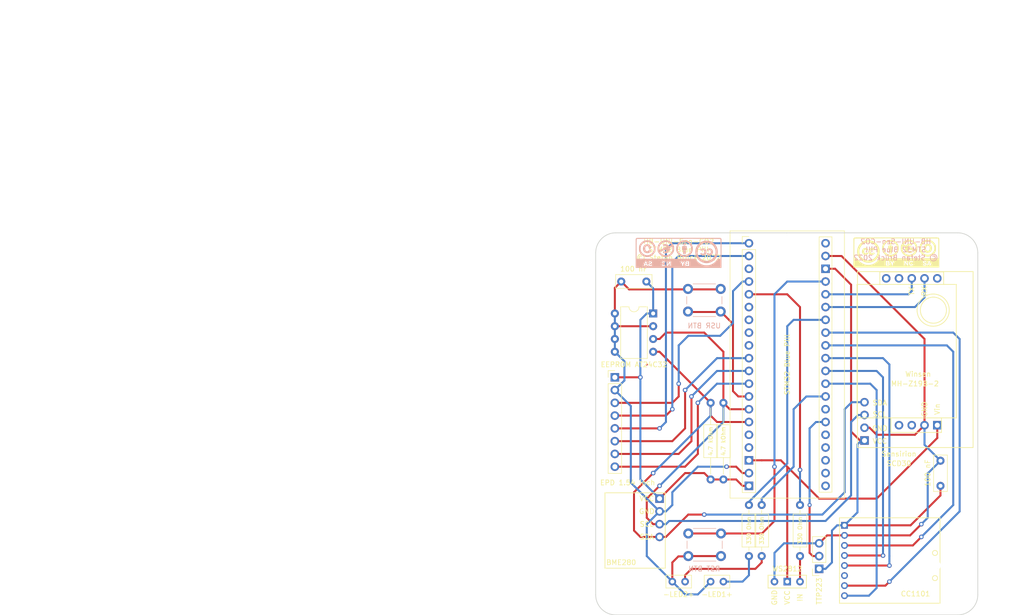
<source format=kicad_pcb>
(kicad_pcb (version 20171130) (host pcbnew 5.1.8-5.1.8)

  (general
    (thickness 1.6)
    (drawings 51)
    (tracks 271)
    (zones 0)
    (modules 34)
    (nets 1)
  )

  (page A4)
  (layers
    (0 F.Cu signal)
    (31 B.Cu signal)
    (32 B.Adhes user)
    (33 F.Adhes user)
    (34 B.Paste user)
    (35 F.Paste user)
    (36 B.SilkS user)
    (37 F.SilkS user)
    (38 B.Mask user)
    (39 F.Mask user)
    (40 Dwgs.User user)
    (41 Cmts.User user)
    (42 Eco1.User user)
    (43 Eco2.User user)
    (44 Edge.Cuts user)
    (45 Margin user)
    (46 B.CrtYd user)
    (47 F.CrtYd user hide)
    (48 B.Fab user)
    (49 F.Fab user)
  )

  (setup
    (last_trace_width 0.25)
    (user_trace_width 0.2)
    (user_trace_width 0.4)
    (trace_clearance 0.2)
    (zone_clearance 0.508)
    (zone_45_only no)
    (trace_min 0.1)
    (via_size 0.8)
    (via_drill 0.4)
    (via_min_size 0.4)
    (via_min_drill 0.2)
    (user_via 0.8 0.4)
    (user_via 0.9 0.5)
    (uvia_size 0.3)
    (uvia_drill 0.1)
    (uvias_allowed no)
    (uvia_min_size 0.3)
    (uvia_min_drill 0.1)
    (edge_width 0.05)
    (segment_width 0.2)
    (pcb_text_width 0.3)
    (pcb_text_size 1.5 1.5)
    (mod_edge_width 0.12)
    (mod_text_size 1 1)
    (mod_text_width 0.15)
    (pad_size 1.7 1.7)
    (pad_drill 1)
    (pad_to_mask_clearance 0)
    (aux_axis_origin 224.65 83.8)
    (visible_elements FFFFFF7F)
    (pcbplotparams
      (layerselection 0x010fc_ffffffff)
      (usegerberextensions true)
      (usegerberattributes true)
      (usegerberadvancedattributes false)
      (creategerberjobfile true)
      (excludeedgelayer true)
      (linewidth 0.100000)
      (plotframeref false)
      (viasonmask false)
      (mode 1)
      (useauxorigin false)
      (hpglpennumber 1)
      (hpglpenspeed 20)
      (hpglpendiameter 15.000000)
      (psnegative false)
      (psa4output false)
      (plotreference true)
      (plotvalue true)
      (plotinvisibletext false)
      (padsonsilk false)
      (subtractmaskfromsilk true)
      (outputformat 1)
      (mirror false)
      (drillshape 0)
      (scaleselection 1)
      (outputdirectory "Gerber/"))
  )

  (net 0 "")

  (net_class Default "This is the default net class."
    (clearance 0.2)
    (trace_width 0.25)
    (via_dia 0.8)
    (via_drill 0.4)
    (uvia_dia 0.3)
    (uvia_drill 0.1)
  )

  (net_class LB1 ""
    (clearance 0.254)
    (trace_width 0.512)
    (via_dia 0.889)
    (via_drill 0.635)
    (uvia_dia 0.508)
    (uvia_drill 0.127)
  )

  (net_class New ""
    (clearance 0.4)
    (trace_width 0.4)
    (via_dia 0.9)
    (via_drill 0.5)
    (uvia_dia 0.3)
    (uvia_drill 0.1)
  )

  (module Connector_PinSocket_2.54mm:PinSocket_1x03_P2.54mm_Vertical (layer F.Cu) (tedit 5A19A429) (tstamp 6238FC99)
    (at 171.45 116.84 180)
    (descr "Through hole straight socket strip, 1x03, 2.54mm pitch, single row (from Kicad 4.0.7), script generated")
    (tags "Through hole socket strip THT 1x03 2.54mm single row")
    (fp_text reference TTP223 (at 0 -4.445 90) (layer F.SilkS)
      (effects (font (size 1 1) (thickness 0.15)))
    )
    (fp_text value PinSocket_1x03_P2.54mm_Vertical (at 0 7.85) (layer F.Fab) hide
      (effects (font (size 1 1) (thickness 0.15)))
    )
    (fp_line (start -1.27 -1.27) (end 0.635 -1.27) (layer F.Fab) (width 0.1))
    (fp_line (start 0.635 -1.27) (end 1.27 -0.635) (layer F.Fab) (width 0.1))
    (fp_line (start 1.27 -0.635) (end 1.27 6.35) (layer F.Fab) (width 0.1))
    (fp_line (start 1.27 6.35) (end -1.27 6.35) (layer F.Fab) (width 0.1))
    (fp_line (start -1.27 6.35) (end -1.27 -1.27) (layer F.Fab) (width 0.1))
    (fp_line (start -1.33 1.27) (end 1.33 1.27) (layer F.SilkS) (width 0.12))
    (fp_line (start -1.33 1.27) (end -1.33 6.41) (layer F.SilkS) (width 0.12))
    (fp_line (start -1.33 6.41) (end 1.33 6.41) (layer F.SilkS) (width 0.12))
    (fp_line (start 1.33 1.27) (end 1.33 6.41) (layer F.SilkS) (width 0.12))
    (fp_line (start 1.33 -1.33) (end 1.33 0) (layer F.SilkS) (width 0.12))
    (fp_line (start 0 -1.33) (end 1.33 -1.33) (layer F.SilkS) (width 0.12))
    (fp_line (start -1.8 -1.8) (end 1.75 -1.8) (layer F.CrtYd) (width 0.05))
    (fp_line (start 1.75 -1.8) (end 1.75 6.85) (layer F.CrtYd) (width 0.05))
    (fp_line (start 1.75 6.85) (end -1.8 6.85) (layer F.CrtYd) (width 0.05))
    (fp_line (start -1.8 6.85) (end -1.8 -1.8) (layer F.CrtYd) (width 0.05))
    (fp_text user %R (at 0 2.54 90) (layer F.Fab) hide
      (effects (font (size 1 1) (thickness 0.15)))
    )
    (pad 1 thru_hole rect (at 0 0 180) (size 1.7 1.7) (drill 1) (layers *.Cu *.Mask))
    (pad 2 thru_hole oval (at 0 2.54 180) (size 1.7 1.7) (drill 1) (layers *.Cu *.Mask))
    (pad 3 thru_hole oval (at 0 5.08 90) (size 1.7 1.7) (drill 1) (layers *.Cu *.Mask))
    (model ${KISYS3DMOD}/Connector_PinSocket_2.54mm.3dshapes/PinSocket_1x03_P2.54mm_Vertical.wrl
      (at (xyz 0 0 0))
      (scale (xyz 1 1 1))
      (rotate (xyz 0 0 0))
    )
  )

  (module Connector_PinHeader_2.54mm:PinHeader_1x08_P2.54mm_Vertical (layer F.Cu) (tedit 59FED5CC) (tstamp 6239030A)
    (at 130.81 78.74)
    (descr "Through hole straight pin header, 1x08, 2.54mm pitch, single row")
    (tags "Through hole pin header THT 1x08 2.54mm single row")
    (fp_text reference "EPD 1.54 inch" (at 2.54 20.955) (layer F.SilkS)
      (effects (font (size 1 1) (thickness 0.15)))
    )
    (fp_text value PinHeader_1x08_P2.54mm_Vertical (at 0 20.11) (layer F.Fab) hide
      (effects (font (size 1 1) (thickness 0.15)))
    )
    (fp_line (start 1.8 -1.8) (end -1.8 -1.8) (layer F.CrtYd) (width 0.05))
    (fp_line (start 1.8 19.55) (end 1.8 -1.8) (layer F.CrtYd) (width 0.05))
    (fp_line (start -1.8 19.55) (end 1.8 19.55) (layer F.CrtYd) (width 0.05))
    (fp_line (start -1.8 -1.8) (end -1.8 19.55) (layer F.CrtYd) (width 0.05))
    (fp_line (start -1.33 -1.33) (end 0 -1.33) (layer F.SilkS) (width 0.12))
    (fp_line (start -1.33 0) (end -1.33 -1.33) (layer F.SilkS) (width 0.12))
    (fp_line (start -1.33 1.27) (end 1.33 1.27) (layer F.SilkS) (width 0.12))
    (fp_line (start 1.33 1.27) (end 1.33 19.11) (layer F.SilkS) (width 0.12))
    (fp_line (start -1.33 1.27) (end -1.33 19.11) (layer F.SilkS) (width 0.12))
    (fp_line (start -1.33 19.11) (end 1.33 19.11) (layer F.SilkS) (width 0.12))
    (fp_line (start -1.27 -0.635) (end -0.635 -1.27) (layer F.Fab) (width 0.1))
    (fp_line (start -1.27 19.05) (end -1.27 -0.635) (layer F.Fab) (width 0.1))
    (fp_line (start 1.27 19.05) (end -1.27 19.05) (layer F.Fab) (width 0.1))
    (fp_line (start 1.27 -1.27) (end 1.27 19.05) (layer F.Fab) (width 0.1))
    (fp_line (start -0.635 -1.27) (end 1.27 -1.27) (layer F.Fab) (width 0.1))
    (fp_text user %R (at 0 8.89 90) (layer F.Fab)
      (effects (font (size 1 1) (thickness 0.15)))
    )
    (pad 1 thru_hole rect (at 0 0) (size 1.7 1.7) (drill 1) (layers *.Cu *.Mask))
    (pad 2 thru_hole oval (at 0 2.54) (size 1.7 1.7) (drill 1) (layers *.Cu *.Mask))
    (pad 3 thru_hole oval (at 0 5.08) (size 1.7 1.7) (drill 1) (layers *.Cu *.Mask))
    (pad 4 thru_hole oval (at 0 7.62) (size 1.7 1.7) (drill 1) (layers *.Cu *.Mask))
    (pad 5 thru_hole oval (at 0 10.16) (size 1.7 1.7) (drill 1) (layers *.Cu *.Mask))
    (pad 6 thru_hole oval (at 0 12.7) (size 1.7 1.7) (drill 1) (layers *.Cu *.Mask))
    (pad 7 thru_hole oval (at 0 15.24) (size 1.7 1.7) (drill 1) (layers *.Cu *.Mask))
    (pad 8 thru_hole oval (at 0 17.78) (size 1.7 1.7) (drill 1) (layers *.Cu *.Mask))
    (model ${KISYS3DMOD}/Connector_PinHeader_2.54mm.3dshapes/PinHeader_1x08_P2.54mm_Vertical.wrl
      (at (xyz 0 0 0))
      (scale (xyz 1 1 1))
      (rotate (xyz 0 0 0))
    )
  )

  (module Resistor_THT:R_Axial_DIN0207_L6.3mm_D2.5mm_P10.16mm_Horizontal (layer F.Cu) (tedit 5AE5139B) (tstamp 62391DE6)
    (at 167.64 114.3 90)
    (descr "Resistor, Axial_DIN0207 series, Axial, Horizontal, pin pitch=10.16mm, 0.25W = 1/4W, length*diameter=6.3*2.5mm^2, http://cdn-reichelt.de/documents/datenblatt/B400/1_4W%23YAG.pdf")
    (tags "Resistor Axial_DIN0207 series Axial Horizontal pin pitch 10.16mm 0.25W = 1/4W length 6.3mm diameter 2.5mm")
    (fp_text reference "330 Ohm" (at 5.08 -2.37 90) (layer F.Fab) hide
      (effects (font (size 1 1) (thickness 0.15)))
    )
    (fp_text value R_Axial_DIN0207_L6.3mm_D2.5mm_P10.16mm_Horizontal (at 5.08 2.37 90) (layer F.Fab) hide
      (effects (font (size 1 1) (thickness 0.15)))
    )
    (fp_line (start 11.21 -1.5) (end -1.05 -1.5) (layer F.CrtYd) (width 0.05))
    (fp_line (start 11.21 1.5) (end 11.21 -1.5) (layer F.CrtYd) (width 0.05))
    (fp_line (start -1.05 1.5) (end 11.21 1.5) (layer F.CrtYd) (width 0.05))
    (fp_line (start -1.05 -1.5) (end -1.05 1.5) (layer F.CrtYd) (width 0.05))
    (fp_line (start 9.12 0) (end 8.35 0) (layer F.SilkS) (width 0.12))
    (fp_line (start 1.04 0) (end 1.81 0) (layer F.SilkS) (width 0.12))
    (fp_line (start 8.35 -1.37) (end 1.81 -1.37) (layer F.SilkS) (width 0.12))
    (fp_line (start 8.35 1.37) (end 8.35 -1.37) (layer F.SilkS) (width 0.12))
    (fp_line (start 1.81 1.37) (end 8.35 1.37) (layer F.SilkS) (width 0.12))
    (fp_line (start 1.81 -1.37) (end 1.81 1.37) (layer F.SilkS) (width 0.12))
    (fp_line (start 10.16 0) (end 8.23 0) (layer F.Fab) (width 0.1))
    (fp_line (start 0 0) (end 1.93 0) (layer F.Fab) (width 0.1))
    (fp_line (start 8.23 -1.25) (end 1.93 -1.25) (layer F.Fab) (width 0.1))
    (fp_line (start 8.23 1.25) (end 8.23 -1.25) (layer F.Fab) (width 0.1))
    (fp_line (start 1.93 1.25) (end 8.23 1.25) (layer F.Fab) (width 0.1))
    (fp_line (start 1.93 -1.25) (end 1.93 1.25) (layer F.Fab) (width 0.1))
    (fp_text user %R (at 5.08 0 90) (layer F.SilkS)
      (effects (font (size 0.8 0.8) (thickness 0.15)))
    )
    (pad 2 thru_hole oval (at 10.16 0 90) (size 1.6 1.6) (drill 0.8) (layers *.Cu *.Mask))
    (pad 1 thru_hole circle (at 0 0 90) (size 1.6 1.6) (drill 0.8) (layers *.Cu *.Mask))
    (model ${KISYS3DMOD}/Resistor_THT.3dshapes/R_Axial_DIN0207_L6.3mm_D2.5mm_P10.16mm_Horizontal.wrl
      (at (xyz 0 0 0))
      (scale (xyz 1 1 1))
      (rotate (xyz 0 0 0))
    )
  )

  (module Resistor_THT:R_Axial_DIN0207_L6.3mm_D2.5mm_P10.16mm_Horizontal (layer F.Cu) (tedit 5AE5139B) (tstamp 62391DE6)
    (at 157.48 114.3 90)
    (descr "Resistor, Axial_DIN0207 series, Axial, Horizontal, pin pitch=10.16mm, 0.25W = 1/4W, length*diameter=6.3*2.5mm^2, http://cdn-reichelt.de/documents/datenblatt/B400/1_4W%23YAG.pdf")
    (tags "Resistor Axial_DIN0207 series Axial Horizontal pin pitch 10.16mm 0.25W = 1/4W length 6.3mm diameter 2.5mm")
    (fp_text reference "330 Ohm" (at 5.08 -2.37 90) (layer F.Fab) hide
      (effects (font (size 1 1) (thickness 0.15)))
    )
    (fp_text value R_Axial_DIN0207_L6.3mm_D2.5mm_P10.16mm_Horizontal (at 5.08 2.37 90) (layer F.Fab) hide
      (effects (font (size 1 1) (thickness 0.15)))
    )
    (fp_line (start 11.21 -1.5) (end -1.05 -1.5) (layer F.CrtYd) (width 0.05))
    (fp_line (start 11.21 1.5) (end 11.21 -1.5) (layer F.CrtYd) (width 0.05))
    (fp_line (start -1.05 1.5) (end 11.21 1.5) (layer F.CrtYd) (width 0.05))
    (fp_line (start -1.05 -1.5) (end -1.05 1.5) (layer F.CrtYd) (width 0.05))
    (fp_line (start 9.12 0) (end 8.35 0) (layer F.SilkS) (width 0.12))
    (fp_line (start 1.04 0) (end 1.81 0) (layer F.SilkS) (width 0.12))
    (fp_line (start 8.35 -1.37) (end 1.81 -1.37) (layer F.SilkS) (width 0.12))
    (fp_line (start 8.35 1.37) (end 8.35 -1.37) (layer F.SilkS) (width 0.12))
    (fp_line (start 1.81 1.37) (end 8.35 1.37) (layer F.SilkS) (width 0.12))
    (fp_line (start 1.81 -1.37) (end 1.81 1.37) (layer F.SilkS) (width 0.12))
    (fp_line (start 10.16 0) (end 8.23 0) (layer F.Fab) (width 0.1))
    (fp_line (start 0 0) (end 1.93 0) (layer F.Fab) (width 0.1))
    (fp_line (start 8.23 -1.25) (end 1.93 -1.25) (layer F.Fab) (width 0.1))
    (fp_line (start 8.23 1.25) (end 8.23 -1.25) (layer F.Fab) (width 0.1))
    (fp_line (start 1.93 1.25) (end 8.23 1.25) (layer F.Fab) (width 0.1))
    (fp_line (start 1.93 -1.25) (end 1.93 1.25) (layer F.Fab) (width 0.1))
    (fp_text user %R (at 5.08 0 90) (layer F.SilkS)
      (effects (font (size 0.8 0.8) (thickness 0.15)))
    )
    (pad 2 thru_hole oval (at 10.16 0 90) (size 1.6 1.6) (drill 0.8) (layers *.Cu *.Mask))
    (pad 1 thru_hole circle (at 0 0 90) (size 1.6 1.6) (drill 0.8) (layers *.Cu *.Mask))
    (model ${KISYS3DMOD}/Resistor_THT.3dshapes/R_Axial_DIN0207_L6.3mm_D2.5mm_P10.16mm_Horizontal.wrl
      (at (xyz 0 0 0))
      (scale (xyz 1 1 1))
      (rotate (xyz 0 0 0))
    )
  )

  (module Resistor_THT:R_Axial_DIN0207_L6.3mm_D2.5mm_P10.16mm_Horizontal (layer F.Cu) (tedit 5AE5139B) (tstamp 62391D19)
    (at 160.02 114.3 90)
    (descr "Resistor, Axial_DIN0207 series, Axial, Horizontal, pin pitch=10.16mm, 0.25W = 1/4W, length*diameter=6.3*2.5mm^2, http://cdn-reichelt.de/documents/datenblatt/B400/1_4W%23YAG.pdf")
    (tags "Resistor Axial_DIN0207 series Axial Horizontal pin pitch 10.16mm 0.25W = 1/4W length 6.3mm diameter 2.5mm")
    (fp_text reference "330 Ohm" (at 5.08 -2.37 90) (layer F.Fab) hide
      (effects (font (size 1 1) (thickness 0.15)))
    )
    (fp_text value R_Axial_DIN0207_L6.3mm_D2.5mm_P10.16mm_Horizontal (at 5.08 2.37 90) (layer F.Fab) hide
      (effects (font (size 1 1) (thickness 0.15)))
    )
    (fp_line (start 11.21 -1.5) (end -1.05 -1.5) (layer F.CrtYd) (width 0.05))
    (fp_line (start 11.21 1.5) (end 11.21 -1.5) (layer F.CrtYd) (width 0.05))
    (fp_line (start -1.05 1.5) (end 11.21 1.5) (layer F.CrtYd) (width 0.05))
    (fp_line (start -1.05 -1.5) (end -1.05 1.5) (layer F.CrtYd) (width 0.05))
    (fp_line (start 9.12 0) (end 8.35 0) (layer F.SilkS) (width 0.12))
    (fp_line (start 1.04 0) (end 1.81 0) (layer F.SilkS) (width 0.12))
    (fp_line (start 8.35 -1.37) (end 1.81 -1.37) (layer F.SilkS) (width 0.12))
    (fp_line (start 8.35 1.37) (end 8.35 -1.37) (layer F.SilkS) (width 0.12))
    (fp_line (start 1.81 1.37) (end 8.35 1.37) (layer F.SilkS) (width 0.12))
    (fp_line (start 1.81 -1.37) (end 1.81 1.37) (layer F.SilkS) (width 0.12))
    (fp_line (start 10.16 0) (end 8.23 0) (layer F.Fab) (width 0.1))
    (fp_line (start 0 0) (end 1.93 0) (layer F.Fab) (width 0.1))
    (fp_line (start 8.23 -1.25) (end 1.93 -1.25) (layer F.Fab) (width 0.1))
    (fp_line (start 8.23 1.25) (end 8.23 -1.25) (layer F.Fab) (width 0.1))
    (fp_line (start 1.93 1.25) (end 8.23 1.25) (layer F.Fab) (width 0.1))
    (fp_line (start 1.93 -1.25) (end 1.93 1.25) (layer F.Fab) (width 0.1))
    (fp_text user %R (at 5.08 0 90) (layer F.SilkS)
      (effects (font (size 0.8 0.8) (thickness 0.15)))
    )
    (pad 1 thru_hole circle (at 0 0 90) (size 1.6 1.6) (drill 0.8) (layers *.Cu *.Mask))
    (pad 2 thru_hole oval (at 10.16 0 90) (size 1.6 1.6) (drill 0.8) (layers *.Cu *.Mask))
    (model ${KISYS3DMOD}/Resistor_THT.3dshapes/R_Axial_DIN0207_L6.3mm_D2.5mm_P10.16mm_Horizontal.wrl
      (at (xyz 0 0 0))
      (scale (xyz 1 1 1))
      (rotate (xyz 0 0 0))
    )
  )

  (module "" (layer F.Cu) (tedit 622F99D0) (tstamp 62114E75)
    (at 8.76 3.94)
    (fp_text reference "" (at 135.89 58.42) (layer F.SilkS)
      (effects (font (size 1.27 1.27) (thickness 0.15)))
    )
    (fp_text value "" (at 135.89 58.42) (layer F.SilkS)
      (effects (font (size 1.27 1.27) (thickness 0.15)))
    )
    (pad "" thru_hole circle (at 133.48 115.44 270) (size 1.5 1.5) (drill 0.8) (layers *.Cu *.Mask))
  )

  (module "" (layer F.Cu) (tedit 622F99D9) (tstamp 62114E75)
    (at 11.3 3.94)
    (fp_text reference "" (at 135.89 58.42) (layer F.SilkS)
      (effects (font (size 1.27 1.27) (thickness 0.15)))
    )
    (fp_text value "" (at 135.89 58.42) (layer F.SilkS)
      (effects (font (size 1.27 1.27) (thickness 0.15)))
    )
    (pad "" thru_hole circle (at 133.48 115.44 270) (size 1.5 1.5) (drill 0.8) (layers *.Cu *.Mask))
  )

  (module "" (layer F.Cu) (tedit 622F99E6) (tstamp 62114E75)
    (at 16.38 3.94)
    (fp_text reference "" (at 135.89 58.42) (layer F.SilkS)
      (effects (font (size 1.27 1.27) (thickness 0.15)))
    )
    (fp_text value "" (at 135.89 58.42) (layer F.SilkS)
      (effects (font (size 1.27 1.27) (thickness 0.15)))
    )
    (pad "" thru_hole circle (at 133.48 115.44 270) (size 1.5 1.5) (drill 0.8) (layers *.Cu *.Mask))
  )

  (module "" (layer F.Cu) (tedit 622F99F6) (tstamp 62114E75)
    (at 18.92 3.94)
    (fp_text reference "" (at 135.89 58.42) (layer F.SilkS)
      (effects (font (size 1.27 1.27) (thickness 0.15)))
    )
    (fp_text value "" (at 135.89 58.42) (layer F.SilkS)
      (effects (font (size 1.27 1.27) (thickness 0.15)))
    )
    (pad "" thru_hole circle (at 133.48 115.44 270) (size 1.5 1.5) (drill 0.8) (layers *.Cu *.Mask))
  )

  (module "" (layer F.Cu) (tedit 622F9A35) (tstamp 62113114)
    (at 29.08 3.94)
    (fp_text reference "" (at 135.89 58.42) (layer F.SilkS)
      (effects (font (size 1.27 1.27) (thickness 0.15)))
    )
    (fp_text value "" (at 135.89 58.42) (layer F.SilkS)
      (effects (font (size 1.27 1.27) (thickness 0.15)))
    )
    (pad "" thru_hole circle (at 133.48 115.44 270) (size 1.5 1.5) (drill 0.8) (layers *.Cu *.Mask))
  )

  (module "" (layer F.Cu) (tedit 6235FD2D) (tstamp 62113114)
    (at 31.62 3.94)
    (fp_text reference "" (at 135.89 58.42) (layer F.SilkS)
      (effects (font (size 1.27 1.27) (thickness 0.15)))
    )
    (fp_text value "" (at 135.89 58.42) (layer F.SilkS)
      (effects (font (size 1.27 1.27) (thickness 0.15)))
    )
    (pad "" thru_hole rect (at 133.48 115.44 270) (size 1.5 1.5) (drill 0.8) (layers *.Cu *.Mask))
  )

  (module "" (layer F.Cu) (tedit 622F9A5D) (tstamp 62113114)
    (at 34.16 3.94)
    (fp_text reference "" (at 135.89 58.42) (layer F.SilkS)
      (effects (font (size 1.27 1.27) (thickness 0.15)))
    )
    (fp_text value "" (at 135.89 58.42) (layer F.SilkS)
      (effects (font (size 1.27 1.27) (thickness 0.15)))
    )
    (pad "" thru_hole circle (at 133.48 115.44 270) (size 1.5 1.5) (drill 0.8) (layers *.Cu *.Mask))
  )

  (module Resistor_THT:R_Axial_DIN0207_L6.3mm_D2.5mm_P15.24mm_Horizontal (layer F.Cu) (tedit 5AE5139B) (tstamp 622E6060)
    (at 149.86 99.06 90)
    (descr "Resistor, Axial_DIN0207 series, Axial, Horizontal, pin pitch=15.24mm, 0.25W = 1/4W, length*diameter=6.3*2.5mm^2, http://cdn-reichelt.de/documents/datenblatt/B400/1_4W%23YAG.pdf")
    (tags "Resistor Axial_DIN0207 series Axial Horizontal pin pitch 15.24mm 0.25W = 1/4W length 6.3mm diameter 2.5mm")
    (fp_text reference "4.7 kOhm" (at 7.62 -2.37 90) (layer F.Fab) hide
      (effects (font (size 1 1) (thickness 0.15)))
    )
    (fp_text value R_Axial_DIN0207_L6.3mm_D2.5mm_P15.24mm_Horizontal (at 7.62 2.37 90) (layer F.Fab) hide
      (effects (font (size 1 1) (thickness 0.15)))
    )
    (fp_line (start 4.47 -1.25) (end 4.47 1.25) (layer F.Fab) (width 0.1))
    (fp_line (start 4.47 1.25) (end 10.77 1.25) (layer F.Fab) (width 0.1))
    (fp_line (start 10.77 1.25) (end 10.77 -1.25) (layer F.Fab) (width 0.1))
    (fp_line (start 10.77 -1.25) (end 4.47 -1.25) (layer F.Fab) (width 0.1))
    (fp_line (start 0 0) (end 4.47 0) (layer F.Fab) (width 0.1))
    (fp_line (start 15.24 0) (end 10.77 0) (layer F.Fab) (width 0.1))
    (fp_line (start 4.35 -1.37) (end 4.35 1.37) (layer F.SilkS) (width 0.12))
    (fp_line (start 4.35 1.37) (end 10.89 1.37) (layer F.SilkS) (width 0.12))
    (fp_line (start 10.89 1.37) (end 10.89 -1.37) (layer F.SilkS) (width 0.12))
    (fp_line (start 10.89 -1.37) (end 4.35 -1.37) (layer F.SilkS) (width 0.12))
    (fp_line (start 1.04 0) (end 4.35 0) (layer F.SilkS) (width 0.12))
    (fp_line (start 14.2 0) (end 10.89 0) (layer F.SilkS) (width 0.12))
    (fp_line (start -1.05 -1.5) (end -1.05 1.5) (layer F.CrtYd) (width 0.05))
    (fp_line (start -1.05 1.5) (end 16.29 1.5) (layer F.CrtYd) (width 0.05))
    (fp_line (start 16.29 1.5) (end 16.29 -1.5) (layer F.CrtYd) (width 0.05))
    (fp_line (start 16.29 -1.5) (end -1.05 -1.5) (layer F.CrtYd) (width 0.05))
    (fp_text user %R (at 7.62 0 90) (layer F.SilkS)
      (effects (font (size 0.8 0.8) (thickness 0.15)))
    )
    (pad 1 thru_hole circle (at 0 0 90) (size 1.6 1.6) (drill 0.8) (layers *.Cu *.Mask))
    (pad 2 thru_hole oval (at 15.24 0 90) (size 1.6 1.6) (drill 0.8) (layers *.Cu *.Mask))
    (model ${KISYS3DMOD}/Resistor_THT.3dshapes/R_Axial_DIN0207_L6.3mm_D2.5mm_P15.24mm_Horizontal.wrl
      (at (xyz 0 0 0))
      (scale (xyz 1 1 1))
      (rotate (xyz 0 0 0))
    )
  )

  (module Resistor_THT:R_Axial_DIN0207_L6.3mm_D2.5mm_P15.24mm_Horizontal (layer F.Cu) (tedit 5AE5139B) (tstamp 622E6049)
    (at 152.4 99.06 90)
    (descr "Resistor, Axial_DIN0207 series, Axial, Horizontal, pin pitch=15.24mm, 0.25W = 1/4W, length*diameter=6.3*2.5mm^2, http://cdn-reichelt.de/documents/datenblatt/B400/1_4W%23YAG.pdf")
    (tags "Resistor Axial_DIN0207 series Axial Horizontal pin pitch 15.24mm 0.25W = 1/4W length 6.3mm diameter 2.5mm")
    (fp_text reference "4.7 kOhm" (at 7.62 2.54 90) (layer F.Fab) hide
      (effects (font (size 1 1) (thickness 0.15)))
    )
    (fp_text value R_Axial_DIN0207_L6.3mm_D2.5mm_P15.24mm_Horizontal (at 7.62 -2.54 90) (layer F.Fab) hide
      (effects (font (size 1 1) (thickness 0.15)))
    )
    (fp_line (start 4.47 -1.25) (end 4.47 1.25) (layer F.Fab) (width 0.1))
    (fp_line (start 4.47 1.25) (end 10.77 1.25) (layer F.Fab) (width 0.1))
    (fp_line (start 10.77 1.25) (end 10.77 -1.25) (layer F.Fab) (width 0.1))
    (fp_line (start 10.77 -1.25) (end 4.47 -1.25) (layer F.Fab) (width 0.1))
    (fp_line (start 0 0) (end 4.47 0) (layer F.Fab) (width 0.1))
    (fp_line (start 15.24 0) (end 10.77 0) (layer F.Fab) (width 0.1))
    (fp_line (start 4.35 -1.37) (end 4.35 1.37) (layer F.SilkS) (width 0.12))
    (fp_line (start 4.35 1.37) (end 10.89 1.37) (layer F.SilkS) (width 0.12))
    (fp_line (start 10.89 1.37) (end 10.89 -1.37) (layer F.SilkS) (width 0.12))
    (fp_line (start 10.89 -1.37) (end 4.35 -1.37) (layer F.SilkS) (width 0.12))
    (fp_line (start 1.04 0) (end 4.35 0) (layer F.SilkS) (width 0.12))
    (fp_line (start 14.2 0) (end 10.89 0) (layer F.SilkS) (width 0.12))
    (fp_line (start -1.05 -1.5) (end -1.05 1.5) (layer F.CrtYd) (width 0.05))
    (fp_line (start -1.05 1.5) (end 16.29 1.5) (layer F.CrtYd) (width 0.05))
    (fp_line (start 16.29 1.5) (end 16.29 -1.5) (layer F.CrtYd) (width 0.05))
    (fp_line (start 16.29 -1.5) (end -1.05 -1.5) (layer F.CrtYd) (width 0.05))
    (fp_text user %R (at 7.62 0 90) (layer F.SilkS)
      (effects (font (size 0.8 0.8) (thickness 0.15)))
    )
    (pad 1 thru_hole circle (at 0 0 90) (size 1.6 1.6) (drill 0.8) (layers *.Cu *.Mask))
    (pad 2 thru_hole oval (at 15.24 0 90) (size 1.6 1.6) (drill 0.8) (layers *.Cu *.Mask))
    (model ${KISYS3DMOD}/Resistor_THT.3dshapes/R_Axial_DIN0207_L6.3mm_D2.5mm_P15.24mm_Horizontal.wrl
      (at (xyz 0 0 0))
      (scale (xyz 1 1 1))
      (rotate (xyz 0 0 0))
    )
  )

  (module Capacitor_THT:C_Rect_L7.0mm_W2.5mm_P5.00mm (layer F.Cu) (tedit 5AE50EF0) (tstamp 622E0D90)
    (at 195.58 100.33 90)
    (descr "C, Rect series, Radial, pin pitch=5.00mm, , length*width=7*2.5mm^2, Capacitor")
    (tags "C Rect series Radial pin pitch 5.00mm  length 7mm width 2.5mm Capacitor")
    (fp_text reference "100 nF" (at 2.54 -2.54 90) (layer F.SilkS)
      (effects (font (size 1 1) (thickness 0.15)))
    )
    (fp_text value C_Rect_L7.0mm_W2.5mm_P5.00mm (at 1.27 2.54 90) (layer F.Fab) hide
      (effects (font (size 1 1) (thickness 0.15)))
    )
    (fp_line (start 6.25 -1.5) (end -1.25 -1.5) (layer F.CrtYd) (width 0.05))
    (fp_line (start 6.25 1.5) (end 6.25 -1.5) (layer F.CrtYd) (width 0.05))
    (fp_line (start -1.25 1.5) (end 6.25 1.5) (layer F.CrtYd) (width 0.05))
    (fp_line (start -1.25 -1.5) (end -1.25 1.5) (layer F.CrtYd) (width 0.05))
    (fp_line (start 6.12 -1.37) (end 6.12 1.37) (layer F.SilkS) (width 0.12))
    (fp_line (start -1.12 -1.37) (end -1.12 1.37) (layer F.SilkS) (width 0.12))
    (fp_line (start -1.12 1.37) (end 6.12 1.37) (layer F.SilkS) (width 0.12))
    (fp_line (start -1.12 -1.37) (end 6.12 -1.37) (layer F.SilkS) (width 0.12))
    (fp_line (start 6 -1.25) (end -1 -1.25) (layer F.Fab) (width 0.1))
    (fp_line (start 6 1.25) (end 6 -1.25) (layer F.Fab) (width 0.1))
    (fp_line (start -1 1.25) (end 6 1.25) (layer F.Fab) (width 0.1))
    (fp_line (start -1 -1.25) (end -1 1.25) (layer F.Fab) (width 0.1))
    (fp_text user %R (at 2.5 0 90) (layer F.Fab) hide
      (effects (font (size 1 1) (thickness 0.15)))
    )
    (pad 1 thru_hole circle (at 0 0 90) (size 1.6 1.6) (drill 0.8) (layers *.Cu *.Mask))
    (pad 2 thru_hole circle (at 5 0 90) (size 1.6 1.6) (drill 0.8) (layers *.Cu *.Mask))
    (model ${KISYS3DMOD}/Capacitor_THT.3dshapes/C_Rect_L7.0mm_W2.5mm_P5.00mm.wrl
      (at (xyz 0 0 0))
      (scale (xyz 1 1 1))
      (rotate (xyz 0 0 0))
    )
  )

  (module Capacitor_THT:C_Rect_L7.0mm_W2.5mm_P5.00mm (layer F.Cu) (tedit 5AE50EF0) (tstamp 622E0BC0)
    (at 132.08 59.69)
    (descr "C, Rect series, Radial, pin pitch=5.00mm, , length*width=7*2.5mm^2, Capacitor")
    (tags "C Rect series Radial pin pitch 5.00mm  length 7mm width 2.5mm Capacitor")
    (fp_text reference "100 nF" (at 2.5 -2.5) (layer F.SilkS)
      (effects (font (size 1 1) (thickness 0.15)))
    )
    (fp_text value C_Rect_L7.0mm_W2.5mm_P5.00mm (at 2.5 2.5) (layer F.Fab) hide
      (effects (font (size 1 1) (thickness 0.15)))
    )
    (fp_line (start 6.25 -1.5) (end -1.25 -1.5) (layer F.CrtYd) (width 0.05))
    (fp_line (start 6.25 1.5) (end 6.25 -1.5) (layer F.CrtYd) (width 0.05))
    (fp_line (start -1.25 1.5) (end 6.25 1.5) (layer F.CrtYd) (width 0.05))
    (fp_line (start -1.25 -1.5) (end -1.25 1.5) (layer F.CrtYd) (width 0.05))
    (fp_line (start 6.12 -1.37) (end 6.12 1.37) (layer F.SilkS) (width 0.12))
    (fp_line (start -1.12 -1.37) (end -1.12 1.37) (layer F.SilkS) (width 0.12))
    (fp_line (start -1.12 1.37) (end 6.12 1.37) (layer F.SilkS) (width 0.12))
    (fp_line (start -1.12 -1.37) (end 6.12 -1.37) (layer F.SilkS) (width 0.12))
    (fp_line (start 6 -1.25) (end -1 -1.25) (layer F.Fab) (width 0.1))
    (fp_line (start 6 1.25) (end 6 -1.25) (layer F.Fab) (width 0.1))
    (fp_line (start -1 1.25) (end 6 1.25) (layer F.Fab) (width 0.1))
    (fp_line (start -1 -1.25) (end -1 1.25) (layer F.Fab) (width 0.1))
    (fp_text user %R (at 2.5 0) (layer F.Fab) hide
      (effects (font (size 1 1) (thickness 0.15)))
    )
    (pad 1 thru_hole circle (at 0 0) (size 1.6 1.6) (drill 0.8) (layers *.Cu *.Mask))
    (pad 2 thru_hole circle (at 5 0) (size 1.6 1.6) (drill 0.8) (layers *.Cu *.Mask))
    (model ${KISYS3DMOD}/Capacitor_THT.3dshapes/C_Rect_L7.0mm_W2.5mm_P5.00mm.wrl
      (at (xyz 0 0 0))
      (scale (xyz 1 1 1))
      (rotate (xyz 0 0 0))
    )
  )

  (module Module:GY-BME280 (layer F.Cu) (tedit 6235FD52) (tstamp 61DCB53F)
    (at 142.24 118.11 180)
    (fp_text reference BME280 (at 10.16 2.54 180) (layer F.SilkS)
      (effects (font (size 1 1) (thickness 0.15)))
    )
    (fp_text value GY-BME280 (at 9.2 0.4 180) (layer F.Fab) hide
      (effects (font (size 1 1) (thickness 0.15)))
    )
    (fp_line (start 1.4 1.4) (end 1.4 16.4) (layer F.SilkS) (width 0.15))
    (fp_line (start 1.4 1.4) (end 13.4 1.4) (layer F.SilkS) (width 0.15))
    (fp_line (start 1.4 16.4) (end 13.4 16.4) (layer F.SilkS) (width 0.15))
    (fp_line (start 13.4 1.4) (end 13.4 16.4) (layer F.SilkS) (width 0.15))
    (fp_text user GY-BME280 (at 12.2 8.4 270) (layer F.Fab) hide
      (effects (font (size 1 1) (thickness 0.15)))
    )
    (fp_text user SDA (at 5.08 7.62 180) (layer F.SilkS)
      (effects (font (size 1 1) (thickness 0.15)))
    )
    (fp_text user SCL (at 5.08 10.16 180) (layer F.SilkS)
      (effects (font (size 1 1) (thickness 0.15)))
    )
    (fp_text user GND (at 5.08 12.7 180) (layer F.SilkS)
      (effects (font (size 1 1) (thickness 0.15)))
    )
    (fp_text user VCC (at 5.08 15.24 180) (layer F.SilkS)
      (effects (font (size 1 1) (thickness 0.15)))
    )
    (pad 4 thru_hole circle (at 2.54 7.62 180) (size 1.7 1.7) (drill 1) (layers *.Cu *.Mask))
    (pad 3 thru_hole circle (at 2.54 10.16 180) (size 1.7 1.7) (drill 1) (layers *.Cu *.Mask))
    (pad 2 thru_hole circle (at 2.54 12.7 180) (size 1.7 1.7) (drill 1) (layers *.Cu *.Mask))
    (pad 1 thru_hole rect (at 2.54 15.24 180) (size 1.7 1.7) (drill 1) (layers *.Cu *.Mask))
  )

  (module Module:SCD30 (layer F.Cu) (tedit 6235FCCC) (tstamp 61DDE969)
    (at 179.07 92.71 270)
    (fp_text reference Sensirion (at 1.27 -8.255) (layer F.SilkS)
      (effects (font (size 1 1) (thickness 0.15)))
    )
    (fp_text value SCD30 (at 3.175 -8.255 180) (layer F.SilkS)
      (effects (font (size 1 1) (thickness 0.15)))
    )
    (fp_circle (center -31.2 -1.95) (end -32 -1.95) (layer F.Fab) (width 0.15))
    (fp_line (start -35 0) (end -35 -23) (layer F.SilkS) (width 0.15))
    (fp_line (start 0 0) (end -35 0) (layer F.SilkS) (width 0.15))
    (fp_line (start 0 -23) (end 0 0) (layer F.SilkS) (width 0.15))
    (fp_line (start -35 -23) (end 0 -23) (layer F.SilkS) (width 0.15))
    (pad 1 thru_hole rect (at -1.4 -1.4 270) (size 1.7 1.7) (drill 1) (layers *.Cu *.Mask))
    (pad 2 thru_hole circle (at -3.94 -1.4 270) (size 1.7 1.7) (drill 1) (layers *.Cu *.Mask))
    (pad 3 thru_hole circle (at -6.48 -1.4 270) (size 1.7 1.7) (drill 1) (layers *.Cu *.Mask))
    (pad 4 thru_hole circle (at -9.02 -1.39 270) (size 1.7 1.7) (drill 1) (layers *.Cu *.Mask))
    (model ${KICAD_SYMBOL_DIR}/3d/Sensors_Detectors/SCD30.step
      (at (xyz 0 0 0))
      (scale (xyz 1 1 1))
      (rotate (xyz 0 0 0))
    )
  )

  (module cc_600dpi (layer B.Cu) (tedit 0) (tstamp 622B3BA4)
    (at 143.51 53.975 180)
    (fp_text reference G*** (at 0 0) (layer B.SilkS) hide
      (effects (font (size 1.524 1.524) (thickness 0.3)) (justify mirror))
    )
    (fp_text value LOGO (at 0.75 0) (layer B.SilkS) hide
      (effects (font (size 1.524 1.524) (thickness 0.3)) (justify mirror))
    )
    (fp_poly (pts (xy 6.439832 1.686488) (xy 6.567226 1.659332) (xy 6.687514 1.601934) (xy 6.736158 1.572162)
      (xy 6.915717 1.411862) (xy 7.037342 1.206655) (xy 7.101115 0.973299) (xy 7.107121 0.728549)
      (xy 7.055443 0.489163) (xy 6.946164 0.271897) (xy 6.779368 0.093507) (xy 6.728607 0.056892)
      (xy 6.554803 -0.02263) (xy 6.34614 -0.066783) (xy 6.136688 -0.071853) (xy 5.960519 -0.034125)
      (xy 5.947046 -0.028315) (xy 5.843851 0.037635) (xy 5.73156 0.136962) (xy 5.630973 0.247463)
      (xy 5.56289 0.34693) (xy 5.545666 0.400178) (xy 5.530881 0.491696) (xy 5.51997 0.525704)
      (xy 5.518077 0.564179) (xy 5.561076 0.58459) (xy 5.665315 0.592109) (xy 5.731637 0.592667)
      (xy 5.868684 0.588713) (xy 5.940649 0.572597) (xy 5.96692 0.537941) (xy 5.969 0.514561)
      (xy 6.00571 0.411934) (xy 6.099777 0.338387) (xy 6.227107 0.29989) (xy 6.363606 0.302411)
      (xy 6.48518 0.351922) (xy 6.5171 0.378767) (xy 6.606081 0.518872) (xy 6.656769 0.704335)
      (xy 6.66745 0.905548) (xy 6.636411 1.092906) (xy 6.566442 1.231436) (xy 6.447524 1.316082)
      (xy 6.296785 1.342518) (xy 6.146264 1.308125) (xy 6.085403 1.270751) (xy 6.004432 1.187703)
      (xy 5.970073 1.112624) (xy 5.988438 1.065348) (xy 6.019924 1.058333) (xy 6.02127 1.031758)
      (xy 5.972516 0.962901) (xy 5.905398 0.888897) (xy 5.739948 0.71946) (xy 5.579106 0.876518)
      (xy 5.488346 0.971756) (xy 5.455463 1.028919) (xy 5.472692 1.063412) (xy 5.481965 1.069225)
      (xy 5.537373 1.122802) (xy 5.545666 1.149289) (xy 5.575853 1.262613) (xy 5.653052 1.397271)
      (xy 5.757218 1.522905) (xy 5.83671 1.590085) (xy 5.945632 1.651063) (xy 6.064281 1.682702)
      (xy 6.22637 1.693093) (xy 6.266872 1.693333) (xy 6.439832 1.686488)) (layer B.SilkS) (width 0.01))
    (fp_poly (pts (xy -1.013217 1.861177) (xy -0.954801 1.788283) (xy -0.930575 1.674661) (xy -0.943726 1.558367)
      (xy -0.982134 1.490133) (xy -1.07947 1.445003) (xy -1.202372 1.449556) (xy -1.310235 1.500659)
      (xy -1.326939 1.51675) (xy -1.389938 1.633068) (xy -1.383651 1.744788) (xy -1.322682 1.835876)
      (xy -1.221635 1.890298) (xy -1.095115 1.892021) (xy -1.013217 1.861177)) (layer B.SilkS) (width 0.01))
    (fp_poly (pts (xy -0.812487 1.333849) (xy -0.73657 1.308795) (xy -0.703451 1.248035) (xy -0.684254 1.125986)
      (xy -0.677402 0.931898) (xy -0.677334 0.904983) (xy -0.678341 0.732257) (xy -0.684721 0.627314)
      (xy -0.701514 0.573268) (xy -0.733756 0.553236) (xy -0.783167 0.550333) (xy -0.832196 0.547541)
      (xy -0.863118 0.52859) (xy -0.880105 0.477621) (xy -0.887333 0.378775) (xy -0.888974 0.216194)
      (xy -0.889 0.148167) (xy -0.889 -0.254) (xy -1.397 -0.254) (xy -1.397 0.550333)
      (xy -1.611844 0.550333) (xy -1.599672 0.941917) (xy -1.5875 1.3335) (xy -1.191654 1.345729)
      (xy -0.966759 1.346654) (xy -0.812487 1.333849)) (layer B.SilkS) (width 0.01))
    (fp_poly (pts (xy -4.657114 0.856884) (xy -4.466218 0.770618) (xy -4.404693 0.721559) (xy -4.324134 0.637786)
      (xy -4.2791 0.574416) (xy -4.275667 0.562356) (xy -4.310196 0.520835) (xy -4.39562 0.467024)
      (xy -4.419684 0.455005) (xy -4.517445 0.413384) (xy -4.575139 0.413361) (xy -4.627605 0.457062)
      (xy -4.637911 0.468331) (xy -4.746595 0.533745) (xy -4.852641 0.550333) (xy -4.981752 0.51338)
      (xy -5.070844 0.410842) (xy -5.112664 0.255206) (xy -5.108484 0.10996) (xy -5.05766 -0.054887)
      (xy -4.966427 -0.162144) (xy -4.849674 -0.20476) (xy -4.722287 -0.175683) (xy -4.638482 -0.112663)
      (xy -4.563493 -0.047976) (xy -4.500675 -0.040085) (xy -4.418156 -0.075916) (xy -4.321091 -0.127212)
      (xy -4.283717 -0.161812) (xy -4.291442 -0.203635) (xy -4.314035 -0.24659) (xy -4.424658 -0.370412)
      (xy -4.590408 -0.456997) (xy -4.788111 -0.501307) (xy -4.994587 -0.498302) (xy -5.186661 -0.442944)
      (xy -5.196153 -0.438376) (xy -5.351756 -0.318067) (xy -5.4579 -0.147244) (xy -5.51342 0.055066)
      (xy -5.517148 0.269832) (xy -5.467917 0.478025) (xy -5.364561 0.660615) (xy -5.269358 0.755335)
      (xy -5.085555 0.850293) (xy -4.872516 0.883792) (xy -4.657114 0.856884)) (layer B.SilkS) (width 0.01))
    (fp_poly (pts (xy -6.018154 0.873548) (xy -5.814424 0.802974) (xy -5.636475 0.664749) (xy -5.536783 0.556587)
      (xy -5.702428 0.472081) (xy -5.806358 0.421691) (xy -5.862352 0.409997) (xy -5.897577 0.436606)
      (xy -5.918896 0.468954) (xy -5.999716 0.52885) (xy -6.118662 0.550437) (xy -6.237557 0.532099)
      (xy -6.308833 0.485429) (xy -6.344721 0.406189) (xy -6.373933 0.27981) (xy -6.382599 0.213421)
      (xy -6.388786 0.079096) (xy -6.367611 -0.00893) (xy -6.308396 -0.087365) (xy -6.289453 -0.106729)
      (xy -6.162481 -0.186376) (xy -6.031512 -0.189155) (xy -5.91616 -0.11613) (xy -5.891341 -0.085133)
      (xy -5.848271 -0.035421) (xy -5.799006 -0.0288) (xy -5.711905 -0.063476) (xy -5.690257 -0.073731)
      (xy -5.597002 -0.124416) (xy -5.547895 -0.163229) (xy -5.545667 -0.168869) (xy -5.573505 -0.211072)
      (xy -5.644378 -0.28921) (xy -5.694135 -0.338958) (xy -5.789404 -0.421553) (xy -5.880613 -0.467548)
      (xy -6.001579 -0.489951) (xy -6.106885 -0.497728) (xy -6.281322 -0.499507) (xy -6.404386 -0.477645)
      (xy -6.499979 -0.431588) (xy -6.66298 -0.282073) (xy -6.768545 -0.085451) (xy -6.811985 0.139162)
      (xy -6.788615 0.372645) (xy -6.734001 0.522968) (xy -6.605387 0.70096) (xy -6.431379 0.820249)
      (xy -6.22972 0.878542) (xy -6.018154 0.873548)) (layer B.SilkS) (width 0.01))
    (fp_poly (pts (xy 6.476202 2.474084) (xy 6.628958 2.464008) (xy 6.748305 2.442033) (xy 6.859835 2.403919)
      (xy 6.953361 2.362374) (xy 7.21385 2.205219) (xy 7.459928 1.993082) (xy 7.665819 1.750687)
      (xy 7.771556 1.57758) (xy 7.825582 1.464941) (xy 7.861091 1.366835) (xy 7.881935 1.260492)
      (xy 7.891963 1.123144) (xy 7.895027 0.932024) (xy 7.895166 0.846667) (xy 7.893308 0.627303)
      (xy 7.885322 0.469368) (xy 7.867588 0.34966) (xy 7.83649 0.244978) (xy 7.788407 0.13212)
      (xy 7.781367 0.117018) (xy 7.597519 -0.179298) (xy 7.349632 -0.434138) (xy 7.053041 -0.635481)
      (xy 6.723084 -0.771307) (xy 6.612499 -0.799068) (xy 6.338133 -0.838865) (xy 6.086435 -0.829523)
      (xy 5.843026 -0.778802) (xy 5.51634 -0.648813) (xy 5.216741 -0.447125) (xy 4.958671 -0.18576)
      (xy 4.756573 0.123263) (xy 4.754655 0.127) (xy 4.701305 0.238262) (xy 4.666727 0.337322)
      (xy 4.64691 0.447693) (xy 4.637844 0.592889) (xy 4.635516 0.796422) (xy 4.6355 0.8255)
      (xy 4.636478 0.92214) (xy 4.936752 0.92214) (xy 4.95218 0.61472) (xy 5.041218 0.317078)
      (xy 5.20429 0.042332) (xy 5.269821 -0.036007) (xy 5.525139 -0.261447) (xy 5.811675 -0.413374)
      (xy 6.118726 -0.489345) (xy 6.435591 -0.486919) (xy 6.751571 -0.403653) (xy 6.797091 -0.384543)
      (xy 7.021763 -0.25053) (xy 7.235506 -0.061217) (xy 7.411659 0.156872) (xy 7.498836 0.31361)
      (xy 7.558338 0.482731) (xy 7.587228 0.666442) (xy 7.592815 0.846667) (xy 7.553479 1.183582)
      (xy 7.439491 1.481549) (xy 7.252874 1.737518) (xy 6.995655 1.948441) (xy 6.784675 2.06311)
      (xy 6.65318 2.117657) (xy 6.53708 2.147198) (xy 6.403848 2.156648) (xy 6.220959 2.150922)
      (xy 6.208095 2.150225) (xy 5.922723 2.115739) (xy 5.689936 2.039859) (xy 5.48313 1.911151)
      (xy 5.327923 1.771924) (xy 5.125046 1.513858) (xy 4.994515 1.226225) (xy 4.936752 0.92214)
      (xy 4.636478 0.92214) (xy 4.637689 1.041658) (xy 4.646777 1.197215) (xy 4.666543 1.31618)
      (xy 4.700764 1.422561) (xy 4.745446 1.524) (xy 4.933254 1.831214) (xy 5.180792 2.096863)
      (xy 5.470221 2.302609) (xy 5.536952 2.337623) (xy 5.670831 2.400674) (xy 5.781018 2.441089)
      (xy 5.893683 2.463865) (xy 6.034991 2.473997) (xy 6.231111 2.476479) (xy 6.264443 2.4765)
      (xy 6.476202 2.474084)) (layer B.SilkS) (width 0.01))
    (fp_poly (pts (xy 2.928024 2.458593) (xy 3.26327 2.347142) (xy 3.559836 2.171968) (xy 3.810652 1.941725)
      (xy 4.008648 1.665067) (xy 4.146756 1.350648) (xy 4.217905 1.007123) (xy 4.215027 0.643146)
      (xy 4.192841 0.500194) (xy 4.111072 0.203202) (xy 3.985221 -0.046683) (xy 3.803752 -0.277041)
      (xy 3.516269 -0.531097) (xy 3.194919 -0.710795) (xy 2.848377 -0.813552) (xy 2.485317 -0.836785)
      (xy 2.118059 -0.778896) (xy 1.802876 -0.652549) (xy 1.510586 -0.455188) (xy 1.2566 -0.200136)
      (xy 1.056326 0.099287) (xy 1.021221 0.169333) (xy 0.968481 0.292381) (xy 0.935599 0.40753)
      (xy 0.918072 0.541532) (xy 0.911395 0.721136) (xy 0.910819 0.811285) (xy 1.248833 0.811285)
      (xy 1.251812 0.623351) (xy 1.265109 0.490237) (xy 1.295265 0.38218) (xy 1.348817 0.269417)
      (xy 1.380387 0.212563) (xy 1.577844 -0.057804) (xy 1.822731 -0.2679) (xy 2.102702 -0.413401)
      (xy 2.405413 -0.489984) (xy 2.718516 -0.493324) (xy 3.029667 -0.419097) (xy 3.100944 -0.39003)
      (xy 3.215778 -0.325454) (xy 3.344962 -0.23193) (xy 3.473416 -0.123572) (xy 3.586059 -0.014493)
      (xy 3.667809 0.081194) (xy 3.703585 0.149378) (xy 3.698824 0.169467) (xy 3.646274 0.200584)
      (xy 3.534107 0.255737) (xy 3.380743 0.326118) (xy 3.262949 0.377908) (xy 3.055312 0.463139)
      (xy 2.895279 0.515603) (xy 2.75572 0.542316) (xy 2.609501 0.550294) (xy 2.596199 0.550333)
      (xy 2.428685 0.541221) (xy 2.340907 0.511785) (xy 2.329698 0.458881) (xy 2.39189 0.379362)
      (xy 2.408451 0.36395) (xy 2.569551 0.27277) (xy 2.768991 0.24638) (xy 2.894836 0.262673)
      (xy 3.00069 0.283032) (xy 3.063233 0.288945) (xy 3.069137 0.287219) (xy 3.082405 0.24186)
      (xy 3.102477 0.145197) (xy 3.106955 0.120932) (xy 3.119177 0.016901) (xy 3.093822 -0.037669)
      (xy 3.013537 -0.075535) (xy 3.00042 -0.080152) (xy 2.761034 -0.126178) (xy 2.519926 -0.10704)
      (xy 2.293959 -0.030494) (xy 2.099992 0.095709) (xy 1.954885 0.263814) (xy 1.88254 0.433917)
      (xy 1.832122 0.528496) (xy 1.77341 0.550333) (xy 1.709895 0.577752) (xy 1.693333 0.656167)
      (xy 1.715413 0.741286) (xy 1.756833 0.762) (xy 1.812957 0.795887) (xy 1.820333 0.8255)
      (xy 1.786446 0.881624) (xy 1.756833 0.889) (xy 1.70513 0.924349) (xy 1.693333 0.974217)
      (xy 1.658524 1.05035) (xy 1.549179 1.128252) (xy 1.503762 1.151535) (xy 1.388697 1.198516)
      (xy 1.304877 1.216474) (xy 1.281512 1.210853) (xy 1.266738 1.156156) (xy 1.255442 1.038419)
      (xy 1.24939 0.879253) (xy 1.248833 0.811285) (xy 0.910819 0.811285) (xy 0.910728 0.8255)
      (xy 0.913256 1.033418) (xy 0.924559 1.183848) (xy 0.949234 1.303869) (xy 0.99188 1.420555)
      (xy 1.023781 1.491246) (xy 1.07625 1.579907) (xy 1.423242 1.579907) (xy 1.669236 1.467287)
      (xy 1.801551 1.408873) (xy 1.902786 1.368165) (xy 1.94758 1.354667) (xy 1.99178 1.386315)
      (xy 2.046103 1.455661) (xy 2.166547 1.571939) (xy 2.344275 1.661818) (xy 2.554362 1.719153)
      (xy 2.771883 1.737797) (xy 2.971912 1.711606) (xy 3.020214 1.69585) (xy 3.085123 1.663822)
      (xy 3.106097 1.616749) (xy 3.09166 1.525815) (xy 3.082017 1.486924) (xy 3.050376 1.381356)
      (xy 3.015392 1.341318) (xy 2.957186 1.349306) (xy 2.934957 1.357408) (xy 2.73732 1.395569)
      (xy 2.560957 1.354521) (xy 2.468277 1.291929) (xy 2.394967 1.219012) (xy 2.382615 1.17458)
      (xy 2.413 1.14441) (xy 2.487453 1.121676) (xy 2.615773 1.106017) (xy 2.738271 1.101315)
      (xy 2.882001 1.09884) (xy 2.961751 1.086555) (xy 2.998197 1.055814) (xy 3.012019 0.997972)
      (xy 3.013438 0.986261) (xy 3.028571 0.929924) (xy 3.068724 0.880057) (xy 3.148131 0.82655)
      (xy 3.281029 0.759288) (xy 3.426833 0.692631) (xy 3.596635 0.620336) (xy 3.738693 0.566909)
      (xy 3.835018 0.538706) (xy 3.865861 0.537528) (xy 3.882134 0.588438) (xy 3.889676 0.701183)
      (xy 3.887208 0.85326) (xy 3.885542 0.884074) (xy 3.835938 1.205821) (xy 3.723583 1.480356)
      (xy 3.539922 1.725515) (xy 3.431096 1.831576) (xy 3.179201 2.013789) (xy 2.905877 2.120638)
      (xy 2.593602 2.15872) (xy 2.561166 2.159) (xy 2.258602 2.131204) (xy 1.996745 2.041703)
      (xy 1.752548 1.881329) (xy 1.66049 1.800737) (xy 1.423242 1.579907) (xy 1.07625 1.579907)
      (xy 1.224094 1.829726) (xy 1.474694 2.102852) (xy 1.770333 2.307188) (xy 2.105763 2.439297)
      (xy 2.475733 2.495744) (xy 2.561166 2.497667) (xy 2.928024 2.458593)) (layer B.SilkS) (width 0.01))
    (fp_poly (pts (xy -1.143742 2.476127) (xy -0.930767 2.473409) (xy -0.777119 2.462945) (xy -0.65754 2.44064)
      (xy -0.546767 2.402397) (xy -0.465667 2.366181) (xy -0.140962 2.170142) (xy 0.123534 1.9195)
      (xy 0.322425 1.622078) (xy 0.450318 1.285698) (xy 0.499698 0.966323) (xy 0.502771 0.760349)
      (xy 0.491256 0.555439) (xy 0.468429 0.397979) (xy 0.36549 0.115744) (xy 0.19298 -0.155439)
      (xy -0.034169 -0.399213) (xy -0.301028 -0.599222) (xy -0.557963 -0.72646) (xy -0.789591 -0.78954)
      (xy -1.057717 -0.824522) (xy -1.322461 -0.8281) (xy -1.50897 -0.8053) (xy -1.802033 -0.704631)
      (xy -2.088393 -0.53677) (xy -2.347221 -0.318006) (xy -2.557688 -0.064628) (xy -2.645066 0.083153)
      (xy -2.7643 0.407632) (xy -2.813801 0.758639) (xy -2.808722 0.846667) (xy -2.473523 0.846667)
      (xy -2.445638 0.532973) (xy -2.352965 0.26222) (xy -2.187601 0.014639) (xy -2.104058 -0.077479)
      (xy -1.844585 -0.289662) (xy -1.554596 -0.429593) (xy -1.246356 -0.494677) (xy -0.932126 -0.482322)
      (xy -0.624973 -0.390289) (xy -0.42471 -0.274029) (xy -0.224607 -0.111278) (xy -0.052504 0.072471)
      (xy 0.053484 0.230931) (xy 0.110056 0.379641) (xy 0.145416 0.574925) (xy 0.160731 0.76848)
      (xy 0.167187 0.959298) (xy 0.160492 1.096208) (xy 0.136194 1.209521) (xy 0.089844 1.329549)
      (xy 0.072801 1.36741) (xy -0.102668 1.662528) (xy -0.327167 1.888628) (xy -0.600498 2.045577)
      (xy -0.922463 2.133243) (xy -1.091007 2.1505) (xy -1.271723 2.15768) (xy -1.400726 2.151342)
      (xy -1.510638 2.125466) (xy -1.634081 2.074031) (xy -1.713646 2.035579) (xy -2.008207 1.849737)
      (xy -2.232157 1.618046) (xy -2.384029 1.342803) (xy -2.462352 1.026308) (xy -2.473523 0.846667)
      (xy -2.808722 0.846667) (xy -2.79328 1.114269) (xy -2.702453 1.45262) (xy -2.664169 1.541735)
      (xy -2.501522 1.805292) (xy -2.27834 2.050653) (xy -2.018551 2.253806) (xy -1.870677 2.337896)
      (xy -1.737006 2.400816) (xy -1.627 2.441128) (xy -1.514512 2.463803) (xy -1.373389 2.473814)
      (xy -1.177484 2.476133) (xy -1.143742 2.476127)) (layer B.SilkS) (width 0.01))
    (fp_poly (pts (xy -5.128706 2.384976) (xy -4.762899 2.297261) (xy -4.431169 2.142525) (xy -4.118129 1.914469)
      (xy -3.954261 1.761446) (xy -3.674316 1.430976) (xy -3.474594 1.078234) (xy -3.351934 0.695623)
      (xy -3.303173 0.275545) (xy -3.302 0.194195) (xy -3.336876 -0.240549) (xy -3.443455 -0.632912)
      (xy -3.624671 -0.989897) (xy -3.883454 -1.318505) (xy -3.973344 -1.409413) (xy -4.319816 -1.689523)
      (xy -4.697125 -1.893551) (xy -5.098534 -2.01935) (xy -5.517307 -2.064777) (xy -5.926667 -2.031261)
      (xy -6.299798 -1.926722) (xy -6.662438 -1.750526) (xy -6.993967 -1.515075) (xy -7.273764 -1.232771)
      (xy -7.292081 -1.210064) (xy -7.526666 -0.84943) (xy -7.685601 -0.45979) (xy -7.768182 -0.051529)
      (xy -7.770872 0.151269) (xy -7.343107 0.151269) (xy -7.302532 -0.190241) (xy -7.195695 -0.51825)
      (xy -7.024871 -0.823304) (xy -6.792337 -1.09595) (xy -6.500369 -1.326735) (xy -6.151242 -1.506206)
      (xy -6.075387 -1.534887) (xy -5.930866 -1.575313) (xy -5.765966 -1.596158) (xy -5.554021 -1.600141)
      (xy -5.457662 -1.597864) (xy -5.252548 -1.588108) (xy -5.101563 -1.569651) (xy -4.974191 -1.535807)
      (xy -4.83992 -1.479891) (xy -4.773672 -1.447992) (xy -4.555846 -1.317363) (xy -4.337337 -1.146076)
      (xy -4.140796 -0.954975) (xy -3.988871 -0.764905) (xy -3.937611 -0.67853) (xy -3.796763 -0.314468)
      (xy -3.733879 0.064098) (xy -3.749102 0.443957) (xy -3.842572 0.811898) (xy -3.919803 0.989483)
      (xy -4.124573 1.310644) (xy -4.379626 1.571873) (xy -4.674281 1.771409) (xy -4.997854 1.907493)
      (xy -5.339663 1.978367) (xy -5.689027 1.982272) (xy -6.035262 1.91745) (xy -6.367686 1.78214)
      (xy -6.675617 1.574585) (xy -6.797261 1.463261) (xy -7.044497 1.162277) (xy -7.216365 0.836981)
      (xy -7.315144 0.496828) (xy -7.343107 0.151269) (xy -7.770872 0.151269) (xy -7.773708 0.364971)
      (xy -7.701474 0.779327) (xy -7.550778 1.181157) (xy -7.464889 1.342035) (xy -7.306791 1.563254)
      (xy -7.096676 1.788609) (xy -6.860834 1.993543) (xy -6.625557 2.153497) (xy -6.557201 2.189935)
      (xy -6.314495 2.296803) (xy -6.087779 2.364649) (xy -5.844349 2.400639) (xy -5.551502 2.411939)
      (xy -5.543978 2.411965) (xy -5.128706 2.384976)) (layer B.SilkS) (width 0.01))
    (fp_poly (pts (xy 6.588579 -2.053668) (xy 6.63484 -2.183178) (xy 6.63278 -2.255194) (xy 6.579514 -2.283668)
      (xy 6.5405 -2.286) (xy 6.46091 -2.273659) (xy 6.434666 -2.249984) (xy 6.447557 -2.18893)
      (xy 6.479141 -2.086607) (xy 6.484655 -2.070568) (xy 6.534645 -1.927169) (xy 6.588579 -2.053668)) (layer B.SilkS) (width 0.01))
    (fp_poly (pts (xy -1.717512 -1.869598) (xy -1.703917 -1.870694) (xy -1.595889 -1.889352) (xy -1.550827 -1.929787)
      (xy -1.545167 -1.9685) (xy -1.563385 -2.027623) (xy -1.632209 -2.057352) (xy -1.703917 -2.066305)
      (xy -1.807862 -2.069354) (xy -1.852584 -2.044958) (xy -1.862626 -1.977997) (xy -1.862667 -1.9685)
      (xy -1.85472 -1.896514) (xy -1.814515 -1.868587) (xy -1.717512 -1.869598)) (layer B.SilkS) (width 0.01))
    (fp_poly (pts (xy -1.590645 -2.22523) (xy -1.508876 -2.287301) (xy -1.491309 -2.373119) (xy -1.496769 -2.391294)
      (xy -1.560608 -2.440084) (xy -1.692005 -2.455333) (xy -1.801133 -2.450419) (xy -1.84986 -2.423681)
      (xy -1.862364 -2.357128) (xy -1.862667 -2.328333) (xy -1.853935 -2.241949) (xy -1.810389 -2.207333)
      (xy -1.719684 -2.201333) (xy -1.590645 -2.22523)) (layer B.SilkS) (width 0.01))
    (fp_poly (pts (xy 8.551333 2.767377) (xy 8.551333 -3.005667) (xy -8.509 -3.005667) (xy -8.509 0.753533)
      (xy -8.339667 0.753533) (xy -8.339667 -1.185333) (xy -7.761074 -1.185333) (xy -7.599853 -1.419418)
      (xy -7.3409 -1.730802) (xy -7.025251 -2.005218) (xy -6.672675 -2.228847) (xy -6.30294 -2.387871)
      (xy -6.153364 -2.430611) (xy -5.886978 -2.474323) (xy -5.582676 -2.491472) (xy -5.276466 -2.482049)
      (xy -5.004352 -2.446046) (xy -4.937944 -2.430886) (xy -4.557074 -2.295875) (xy -4.191471 -2.096053)
      (xy -3.860335 -1.844934) (xy -3.714734 -1.693333) (xy -2.074334 -1.693333) (xy -2.074334 -2.624667)
      (xy -1.756834 -2.624667) (xy -1.581897 -2.620517) (xy -1.468597 -2.604873) (xy -1.394171 -2.572943)
      (xy -1.354667 -2.54) (xy -1.280182 -2.422833) (xy -1.288359 -2.297699) (xy -1.335385 -2.21149)
      (xy -1.37722 -2.116031) (xy -1.356551 -2.03552) (xy -1.316581 -1.929201) (xy -1.33966 -1.844795)
      (xy -1.397 -1.778) (xy -1.461563 -1.730741) (xy -1.520292 -1.713754) (xy -1.227667 -1.713754)
      (xy -1.207115 -1.757054) (xy -1.152713 -1.853147) (xy -1.075344 -1.982939) (xy -1.058334 -2.010833)
      (xy -0.954226 -2.200143) (xy -0.900815 -2.350578) (xy -0.889 -2.456079) (xy -0.883164 -2.564872)
      (xy -0.855676 -2.613104) (xy -0.791571 -2.624617) (xy -0.783167 -2.624667) (xy -0.717765 -2.616729)
      (xy -0.686841 -2.577769) (xy -0.67772 -2.485062) (xy -0.677334 -2.434912) (xy -0.664352 -2.304097)
      (xy -0.618622 -2.170087) (xy -0.612675 -2.159) (xy 1.608666 -2.159) (xy 1.60964 -2.362794)
      (xy 1.614337 -2.496564) (xy 1.625418 -2.574946) (xy 1.645544 -2.612578) (xy 1.677376 -2.624093)
      (xy 1.693333 -2.624667) (xy 1.739153 -2.61609) (xy 1.764699 -2.57789) (xy 1.775727 -2.491356)
      (xy 1.778 -2.3495) (xy 1.782453 -2.209503) (xy 1.794105 -2.110671) (xy 1.80975 -2.075073)
      (xy 1.845086 -2.109221) (xy 1.909519 -2.198835) (xy 1.990222 -2.325825) (xy 2.004881 -2.350239)
      (xy 2.099682 -2.4991) (xy 2.172566 -2.584716) (xy 2.236803 -2.620852) (xy 2.269465 -2.624667)
      (xy 2.31365 -2.621947) (xy 2.342638 -2.603963) (xy 2.359632 -2.555977) (xy 2.367834 -2.463251)
      (xy 2.370447 -2.311048) (xy 2.370666 -2.159) (xy 2.370521 -2.130095) (xy 2.540186 -2.130095)
      (xy 2.563015 -2.323113) (xy 2.641994 -2.489192) (xy 2.770188 -2.607333) (xy 2.81043 -2.627481)
      (xy 2.960601 -2.652452) (xy 3.127573 -2.623522) (xy 3.270395 -2.5487) (xy 3.286903 -2.534297)
      (xy 3.359584 -2.440717) (xy 3.37115 -2.400626) (xy 5.279476 -2.400626) (xy 5.304075 -2.454499)
      (xy 5.383294 -2.555886) (xy 5.461834 -2.614907) (xy 5.600375 -2.651006) (xy 5.764227 -2.643815)
      (xy 5.877153 -2.608841) (xy 6.104224 -2.608841) (xy 6.137465 -2.623832) (xy 6.195038 -2.624667)
      (xy 6.295506 -2.585862) (xy 6.342297 -2.518833) (xy 6.392046 -2.446877) (xy 6.472825 -2.417122)
      (xy 6.556169 -2.413) (xy 6.667944 -2.421315) (xy 6.723883 -2.456557) (xy 6.748383 -2.518833)
      (xy 6.795139 -2.602684) (xy 6.882825 -2.624667) (xy 6.930273 -2.623883) (xy 6.959364 -2.613344)
      (xy 6.96813 -2.580767) (xy 6.9546 -2.51387) (xy 6.916805 -2.400369) (xy 6.852774 -2.227982)
      (xy 6.79456 -2.074333) (xy 6.725558 -1.899988) (xy 6.672519 -1.790721) (xy 6.625333 -1.73106)
      (xy 6.573893 -1.70553) (xy 6.551041 -1.701549) (xy 6.494239 -1.702107) (xy 6.450049 -1.730391)
      (xy 6.4067 -1.802012) (xy 6.352421 -1.932581) (xy 6.327615 -1.997882) (xy 6.262745 -2.169053)
      (xy 6.201356 -2.328684) (xy 6.156029 -2.444079) (xy 6.153676 -2.44992) (xy 6.111339 -2.558103)
      (xy 6.104224 -2.608841) (xy 5.877153 -2.608841) (xy 5.912593 -2.597865) (xy 5.972285 -2.558193)
      (xy 6.037947 -2.449438) (xy 6.048281 -2.31704) (xy 6.001773 -2.199797) (xy 5.986939 -2.182987)
      (xy 5.905881 -2.132015) (xy 5.781239 -2.082987) (xy 5.729334 -2.068197) (xy 5.592708 -2.018023)
      (xy 5.51812 -1.956918) (xy 5.513747 -1.894424) (xy 5.550081 -1.859042) (xy 5.656338 -1.823583)
      (xy 5.751985 -1.867563) (xy 5.788322 -1.905) (xy 5.873413 -1.971882) (xy 5.953595 -1.986547)
      (xy 6.004477 -1.948278) (xy 6.011333 -1.911561) (xy 5.975675 -1.8036) (xy 5.882916 -1.728594)
      (xy 5.754384 -1.687592) (xy 5.611401 -1.681643) (xy 5.475293 -1.711795) (xy 5.367386 -1.779097)
      (xy 5.31074 -1.877101) (xy 5.307233 -2.009116) (xy 5.374559 -2.112609) (xy 5.517855 -2.193507)
      (xy 5.612638 -2.22533) (xy 5.746443 -2.268998) (xy 5.814919 -2.308264) (xy 5.835658 -2.355825)
      (xy 5.833873 -2.384968) (xy 5.788483 -2.462805) (xy 5.699294 -2.492212) (xy 5.593488 -2.470916)
      (xy 5.511433 -2.411941) (xy 5.418453 -2.348257) (xy 5.339174 -2.335424) (xy 5.280394 -2.354366)
      (xy 5.279476 -2.400626) (xy 3.37115 -2.400626) (xy 3.3845 -2.354356) (xy 3.358951 -2.297173)
      (xy 3.317437 -2.286) (xy 3.242784 -2.315178) (xy 3.155637 -2.385999) (xy 3.150125 -2.391833)
      (xy 3.04122 -2.479065) (xy 2.941615 -2.485988) (xy 2.836907 -2.413574) (xy 2.836333 -2.413)
      (xy 2.774848 -2.303781) (xy 2.751662 -2.161027) (xy 2.768155 -2.021568) (xy 2.81819 -1.92919)
      (xy 2.906568 -1.879833) (xy 3.016407 -1.86425) (xy 3.113196 -1.882748) (xy 3.159691 -1.926167)
      (xy 3.20971 -1.97213) (xy 3.288772 -1.988399) (xy 3.359926 -1.973772) (xy 3.386666 -1.933546)
      (xy 3.358025 -1.868012) (xy 3.288525 -1.785307) (xy 3.282971 -1.780009) (xy 3.141729 -1.699025)
      (xy 2.975884 -1.679173) (xy 2.810344 -1.715092) (xy 2.670017 -1.801427) (xy 2.580443 -1.931136)
      (xy 2.540186 -2.130095) (xy 2.370521 -2.130095) (xy 2.36964 -1.955069) (xy 2.36483 -1.82119)
      (xy 2.353639 -1.742759) (xy 2.33347 -1.705168) (xy 2.301724 -1.693813) (xy 2.287854 -1.693333)
      (xy 2.244366 -1.702485) (xy 2.217781 -1.741696) (xy 2.202615 -1.828604) (xy 2.193383 -1.980842)
      (xy 2.192604 -1.999616) (xy 2.180166 -2.305899) (xy 1.995393 -1.999616) (xy 1.895022 -1.841776)
      (xy 1.819501 -1.746966) (xy 1.756614 -1.702094) (xy 1.709643 -1.693333) (xy 1.665555 -1.69608)
      (xy 1.636631 -1.714145) (xy 1.619676 -1.762265) (xy 1.611492 -1.855179) (xy 1.608885 -2.007624)
      (xy 1.608666 -2.159) (xy -0.612675 -2.159) (xy -0.529968 -2.004821) (xy -0.508457 -1.969245)
      (xy -0.33958 -1.693333) (xy -0.458328 -1.693333) (xy -0.545832 -1.710517) (xy -0.616887 -1.774956)
      (xy -0.672247 -1.862667) (xy -0.73234 -1.963301) (xy -0.775377 -2.023958) (xy -0.785345 -2.032)
      (xy -0.816347 -1.999555) (xy -0.87482 -1.917143) (xy -0.910167 -1.862667) (xy -1.000284 -1.745987)
      (xy -1.086378 -1.697078) (xy -1.122365 -1.693333) (xy -1.201756 -1.700375) (xy -1.227667 -1.713754)
      (xy -1.520292 -1.713754) (xy -1.551986 -1.704587) (xy -1.692099 -1.694242) (xy -1.778 -1.693333)
      (xy -2.074334 -1.693333) (xy -3.714734 -1.693333) (xy -3.582868 -1.556034) (xy -3.46567 -1.394593)
      (xy -3.330075 -1.185333) (xy 8.382 -1.185333) (xy 8.382 0.753534) (xy 8.381409 1.242381)
      (xy 8.379547 1.651872) (xy 8.376278 1.987311) (xy 8.371467 2.254) (xy 8.364978 2.457243)
      (xy 8.356677 2.602342) (xy 8.346427 2.694602) (xy 8.334093 2.739326) (xy 8.331199 2.7432)
      (xy 8.283189 2.749515) (xy 8.15548 2.755447) (xy 7.95304 2.760998) (xy 7.680836 2.766168)
      (xy 7.343835 2.770956) (xy 6.947005 2.775362) (xy 6.495312 2.779386) (xy 5.993725 2.783029)
      (xy 5.447209 2.78629) (xy 4.860734 2.78917) (xy 4.239265 2.791668) (xy 3.58777 2.793784)
      (xy 2.911216 2.795518) (xy 2.214571 2.796871) (xy 1.502802 2.797842) (xy 0.780876 2.798432)
      (xy 0.05376 2.79864) (xy -0.673578 2.798466) (xy -1.396171 2.797911) (xy -2.109052 2.796974)
      (xy -2.807254 2.795655) (xy -3.485809 2.793955) (xy -4.13975 2.791873) (xy -4.76411 2.789409)
      (xy -5.353921 2.786564) (xy -5.904217 2.783337) (xy -6.41003 2.779728) (xy -6.866392 2.775738)
      (xy -7.268337 2.771366) (xy -7.610898 2.766612) (xy -7.889106 2.761477) (xy -8.097995 2.75596)
      (xy -8.232597 2.750061) (xy -8.287946 2.743781) (xy -8.288867 2.7432) (xy -8.30166 2.707867)
      (xy -8.31234 2.626121) (xy -8.321043 2.492658) (xy -8.327905 2.302176) (xy -8.33306 2.049371)
      (xy -8.336644 1.728941) (xy -8.338793 1.335581) (xy -8.339641 0.863988) (xy -8.339667 0.753533)
      (xy -8.509 0.753533) (xy -8.509 2.779242) (xy -8.411022 2.871288) (xy -8.313044 2.963333)
      (xy 8.367241 2.963333) (xy 8.551333 2.767377)) (layer B.SilkS) (width 0.01))
  )

  (module cc_600dpi (layer F.Cu) (tedit 0) (tstamp 622A8150)
    (at 186.78 53.89)
    (fp_text reference G*** (at 0 0) (layer F.SilkS) hide
      (effects (font (size 1.524 1.524) (thickness 0.3)))
    )
    (fp_text value LOGO (at 0.75 0) (layer F.SilkS) hide
      (effects (font (size 1.524 1.524) (thickness 0.3)))
    )
    (fp_poly (pts (xy 8.551333 -2.767377) (xy 8.551333 3.005667) (xy -8.509 3.005667) (xy -8.509 -0.753533)
      (xy -8.339667 -0.753533) (xy -8.339667 1.185333) (xy -7.761074 1.185333) (xy -7.599853 1.419418)
      (xy -7.3409 1.730802) (xy -7.025251 2.005218) (xy -6.672675 2.228847) (xy -6.30294 2.387871)
      (xy -6.153364 2.430611) (xy -5.886978 2.474323) (xy -5.582676 2.491472) (xy -5.276466 2.482049)
      (xy -5.004352 2.446046) (xy -4.937944 2.430886) (xy -4.557074 2.295875) (xy -4.191471 2.096053)
      (xy -3.860335 1.844934) (xy -3.714734 1.693333) (xy -2.074334 1.693333) (xy -2.074334 2.624667)
      (xy -1.756834 2.624667) (xy -1.581897 2.620517) (xy -1.468597 2.604873) (xy -1.394171 2.572943)
      (xy -1.354667 2.54) (xy -1.280182 2.422833) (xy -1.288359 2.297699) (xy -1.335385 2.21149)
      (xy -1.37722 2.116031) (xy -1.356551 2.03552) (xy -1.316581 1.929201) (xy -1.33966 1.844795)
      (xy -1.397 1.778) (xy -1.461563 1.730741) (xy -1.520292 1.713754) (xy -1.227667 1.713754)
      (xy -1.207115 1.757054) (xy -1.152713 1.853147) (xy -1.075344 1.982939) (xy -1.058334 2.010833)
      (xy -0.954226 2.200143) (xy -0.900815 2.350578) (xy -0.889 2.456079) (xy -0.883164 2.564872)
      (xy -0.855676 2.613104) (xy -0.791571 2.624617) (xy -0.783167 2.624667) (xy -0.717765 2.616729)
      (xy -0.686841 2.577769) (xy -0.67772 2.485062) (xy -0.677334 2.434912) (xy -0.664352 2.304097)
      (xy -0.618622 2.170087) (xy -0.612675 2.159) (xy 1.608666 2.159) (xy 1.60964 2.362794)
      (xy 1.614337 2.496564) (xy 1.625418 2.574946) (xy 1.645544 2.612578) (xy 1.677376 2.624093)
      (xy 1.693333 2.624667) (xy 1.739153 2.61609) (xy 1.764699 2.57789) (xy 1.775727 2.491356)
      (xy 1.778 2.3495) (xy 1.782453 2.209503) (xy 1.794105 2.110671) (xy 1.80975 2.075073)
      (xy 1.845086 2.109221) (xy 1.909519 2.198835) (xy 1.990222 2.325825) (xy 2.004881 2.350239)
      (xy 2.099682 2.4991) (xy 2.172566 2.584716) (xy 2.236803 2.620852) (xy 2.269465 2.624667)
      (xy 2.31365 2.621947) (xy 2.342638 2.603963) (xy 2.359632 2.555977) (xy 2.367834 2.463251)
      (xy 2.370447 2.311048) (xy 2.370666 2.159) (xy 2.370521 2.130095) (xy 2.540186 2.130095)
      (xy 2.563015 2.323113) (xy 2.641994 2.489192) (xy 2.770188 2.607333) (xy 2.81043 2.627481)
      (xy 2.960601 2.652452) (xy 3.127573 2.623522) (xy 3.270395 2.5487) (xy 3.286903 2.534297)
      (xy 3.359584 2.440717) (xy 3.37115 2.400626) (xy 5.279476 2.400626) (xy 5.304075 2.454499)
      (xy 5.383294 2.555886) (xy 5.461834 2.614907) (xy 5.600375 2.651006) (xy 5.764227 2.643815)
      (xy 5.877153 2.608841) (xy 6.104224 2.608841) (xy 6.137465 2.623832) (xy 6.195038 2.624667)
      (xy 6.295506 2.585862) (xy 6.342297 2.518833) (xy 6.392046 2.446877) (xy 6.472825 2.417122)
      (xy 6.556169 2.413) (xy 6.667944 2.421315) (xy 6.723883 2.456557) (xy 6.748383 2.518833)
      (xy 6.795139 2.602684) (xy 6.882825 2.624667) (xy 6.930273 2.623883) (xy 6.959364 2.613344)
      (xy 6.96813 2.580767) (xy 6.9546 2.51387) (xy 6.916805 2.400369) (xy 6.852774 2.227982)
      (xy 6.79456 2.074333) (xy 6.725558 1.899988) (xy 6.672519 1.790721) (xy 6.625333 1.73106)
      (xy 6.573893 1.70553) (xy 6.551041 1.701549) (xy 6.494239 1.702107) (xy 6.450049 1.730391)
      (xy 6.4067 1.802012) (xy 6.352421 1.932581) (xy 6.327615 1.997882) (xy 6.262745 2.169053)
      (xy 6.201356 2.328684) (xy 6.156029 2.444079) (xy 6.153676 2.44992) (xy 6.111339 2.558103)
      (xy 6.104224 2.608841) (xy 5.877153 2.608841) (xy 5.912593 2.597865) (xy 5.972285 2.558193)
      (xy 6.037947 2.449438) (xy 6.048281 2.31704) (xy 6.001773 2.199797) (xy 5.986939 2.182987)
      (xy 5.905881 2.132015) (xy 5.781239 2.082987) (xy 5.729334 2.068197) (xy 5.592708 2.018023)
      (xy 5.51812 1.956918) (xy 5.513747 1.894424) (xy 5.550081 1.859042) (xy 5.656338 1.823583)
      (xy 5.751985 1.867563) (xy 5.788322 1.905) (xy 5.873413 1.971882) (xy 5.953595 1.986547)
      (xy 6.004477 1.948278) (xy 6.011333 1.911561) (xy 5.975675 1.8036) (xy 5.882916 1.728594)
      (xy 5.754384 1.687592) (xy 5.611401 1.681643) (xy 5.475293 1.711795) (xy 5.367386 1.779097)
      (xy 5.31074 1.877101) (xy 5.307233 2.009116) (xy 5.374559 2.112609) (xy 5.517855 2.193507)
      (xy 5.612638 2.22533) (xy 5.746443 2.268998) (xy 5.814919 2.308264) (xy 5.835658 2.355825)
      (xy 5.833873 2.384968) (xy 5.788483 2.462805) (xy 5.699294 2.492212) (xy 5.593488 2.470916)
      (xy 5.511433 2.411941) (xy 5.418453 2.348257) (xy 5.339174 2.335424) (xy 5.280394 2.354366)
      (xy 5.279476 2.400626) (xy 3.37115 2.400626) (xy 3.3845 2.354356) (xy 3.358951 2.297173)
      (xy 3.317437 2.286) (xy 3.242784 2.315178) (xy 3.155637 2.385999) (xy 3.150125 2.391833)
      (xy 3.04122 2.479065) (xy 2.941615 2.485988) (xy 2.836907 2.413574) (xy 2.836333 2.413)
      (xy 2.774848 2.303781) (xy 2.751662 2.161027) (xy 2.768155 2.021568) (xy 2.81819 1.92919)
      (xy 2.906568 1.879833) (xy 3.016407 1.86425) (xy 3.113196 1.882748) (xy 3.159691 1.926167)
      (xy 3.20971 1.97213) (xy 3.288772 1.988399) (xy 3.359926 1.973772) (xy 3.386666 1.933546)
      (xy 3.358025 1.868012) (xy 3.288525 1.785307) (xy 3.282971 1.780009) (xy 3.141729 1.699025)
      (xy 2.975884 1.679173) (xy 2.810344 1.715092) (xy 2.670017 1.801427) (xy 2.580443 1.931136)
      (xy 2.540186 2.130095) (xy 2.370521 2.130095) (xy 2.36964 1.955069) (xy 2.36483 1.82119)
      (xy 2.353639 1.742759) (xy 2.33347 1.705168) (xy 2.301724 1.693813) (xy 2.287854 1.693333)
      (xy 2.244366 1.702485) (xy 2.217781 1.741696) (xy 2.202615 1.828604) (xy 2.193383 1.980842)
      (xy 2.192604 1.999616) (xy 2.180166 2.305899) (xy 1.995393 1.999616) (xy 1.895022 1.841776)
      (xy 1.819501 1.746966) (xy 1.756614 1.702094) (xy 1.709643 1.693333) (xy 1.665555 1.69608)
      (xy 1.636631 1.714145) (xy 1.619676 1.762265) (xy 1.611492 1.855179) (xy 1.608885 2.007624)
      (xy 1.608666 2.159) (xy -0.612675 2.159) (xy -0.529968 2.004821) (xy -0.508457 1.969245)
      (xy -0.33958 1.693333) (xy -0.458328 1.693333) (xy -0.545832 1.710517) (xy -0.616887 1.774956)
      (xy -0.672247 1.862667) (xy -0.73234 1.963301) (xy -0.775377 2.023958) (xy -0.785345 2.032)
      (xy -0.816347 1.999555) (xy -0.87482 1.917143) (xy -0.910167 1.862667) (xy -1.000284 1.745987)
      (xy -1.086378 1.697078) (xy -1.122365 1.693333) (xy -1.201756 1.700375) (xy -1.227667 1.713754)
      (xy -1.520292 1.713754) (xy -1.551986 1.704587) (xy -1.692099 1.694242) (xy -1.778 1.693333)
      (xy -2.074334 1.693333) (xy -3.714734 1.693333) (xy -3.582868 1.556034) (xy -3.46567 1.394593)
      (xy -3.330075 1.185333) (xy 8.382 1.185333) (xy 8.382 -0.753534) (xy 8.381409 -1.242381)
      (xy 8.379547 -1.651872) (xy 8.376278 -1.987311) (xy 8.371467 -2.254) (xy 8.364978 -2.457243)
      (xy 8.356677 -2.602342) (xy 8.346427 -2.694602) (xy 8.334093 -2.739326) (xy 8.331199 -2.7432)
      (xy 8.283189 -2.749515) (xy 8.15548 -2.755447) (xy 7.95304 -2.760998) (xy 7.680836 -2.766168)
      (xy 7.343835 -2.770956) (xy 6.947005 -2.775362) (xy 6.495312 -2.779386) (xy 5.993725 -2.783029)
      (xy 5.447209 -2.78629) (xy 4.860734 -2.78917) (xy 4.239265 -2.791668) (xy 3.58777 -2.793784)
      (xy 2.911216 -2.795518) (xy 2.214571 -2.796871) (xy 1.502802 -2.797842) (xy 0.780876 -2.798432)
      (xy 0.05376 -2.79864) (xy -0.673578 -2.798466) (xy -1.396171 -2.797911) (xy -2.109052 -2.796974)
      (xy -2.807254 -2.795655) (xy -3.485809 -2.793955) (xy -4.13975 -2.791873) (xy -4.76411 -2.789409)
      (xy -5.353921 -2.786564) (xy -5.904217 -2.783337) (xy -6.41003 -2.779728) (xy -6.866392 -2.775738)
      (xy -7.268337 -2.771366) (xy -7.610898 -2.766612) (xy -7.889106 -2.761477) (xy -8.097995 -2.75596)
      (xy -8.232597 -2.750061) (xy -8.287946 -2.743781) (xy -8.288867 -2.7432) (xy -8.30166 -2.707867)
      (xy -8.31234 -2.626121) (xy -8.321043 -2.492658) (xy -8.327905 -2.302176) (xy -8.33306 -2.049371)
      (xy -8.336644 -1.728941) (xy -8.338793 -1.335581) (xy -8.339641 -0.863988) (xy -8.339667 -0.753533)
      (xy -8.509 -0.753533) (xy -8.509 -2.779242) (xy -8.411022 -2.871288) (xy -8.313044 -2.963333)
      (xy 8.367241 -2.963333) (xy 8.551333 -2.767377)) (layer F.SilkS) (width 0.01))
    (fp_poly (pts (xy -1.590645 2.22523) (xy -1.508876 2.287301) (xy -1.491309 2.373119) (xy -1.496769 2.391294)
      (xy -1.560608 2.440084) (xy -1.692005 2.455333) (xy -1.801133 2.450419) (xy -1.84986 2.423681)
      (xy -1.862364 2.357128) (xy -1.862667 2.328333) (xy -1.853935 2.241949) (xy -1.810389 2.207333)
      (xy -1.719684 2.201333) (xy -1.590645 2.22523)) (layer F.SilkS) (width 0.01))
    (fp_poly (pts (xy -1.717512 1.869598) (xy -1.703917 1.870694) (xy -1.595889 1.889352) (xy -1.550827 1.929787)
      (xy -1.545167 1.9685) (xy -1.563385 2.027623) (xy -1.632209 2.057352) (xy -1.703917 2.066305)
      (xy -1.807862 2.069354) (xy -1.852584 2.044958) (xy -1.862626 1.977997) (xy -1.862667 1.9685)
      (xy -1.85472 1.896514) (xy -1.814515 1.868587) (xy -1.717512 1.869598)) (layer F.SilkS) (width 0.01))
    (fp_poly (pts (xy 6.588579 2.053668) (xy 6.63484 2.183178) (xy 6.63278 2.255194) (xy 6.579514 2.283668)
      (xy 6.5405 2.286) (xy 6.46091 2.273659) (xy 6.434666 2.249984) (xy 6.447557 2.18893)
      (xy 6.479141 2.086607) (xy 6.484655 2.070568) (xy 6.534645 1.927169) (xy 6.588579 2.053668)) (layer F.SilkS) (width 0.01))
    (fp_poly (pts (xy -5.128706 -2.384976) (xy -4.762899 -2.297261) (xy -4.431169 -2.142525) (xy -4.118129 -1.914469)
      (xy -3.954261 -1.761446) (xy -3.674316 -1.430976) (xy -3.474594 -1.078234) (xy -3.351934 -0.695623)
      (xy -3.303173 -0.275545) (xy -3.302 -0.194195) (xy -3.336876 0.240549) (xy -3.443455 0.632912)
      (xy -3.624671 0.989897) (xy -3.883454 1.318505) (xy -3.973344 1.409413) (xy -4.319816 1.689523)
      (xy -4.697125 1.893551) (xy -5.098534 2.01935) (xy -5.517307 2.064777) (xy -5.926667 2.031261)
      (xy -6.299798 1.926722) (xy -6.662438 1.750526) (xy -6.993967 1.515075) (xy -7.273764 1.232771)
      (xy -7.292081 1.210064) (xy -7.526666 0.84943) (xy -7.685601 0.45979) (xy -7.768182 0.051529)
      (xy -7.770872 -0.151269) (xy -7.343107 -0.151269) (xy -7.302532 0.190241) (xy -7.195695 0.51825)
      (xy -7.024871 0.823304) (xy -6.792337 1.09595) (xy -6.500369 1.326735) (xy -6.151242 1.506206)
      (xy -6.075387 1.534887) (xy -5.930866 1.575313) (xy -5.765966 1.596158) (xy -5.554021 1.600141)
      (xy -5.457662 1.597864) (xy -5.252548 1.588108) (xy -5.101563 1.569651) (xy -4.974191 1.535807)
      (xy -4.83992 1.479891) (xy -4.773672 1.447992) (xy -4.555846 1.317363) (xy -4.337337 1.146076)
      (xy -4.140796 0.954975) (xy -3.988871 0.764905) (xy -3.937611 0.67853) (xy -3.796763 0.314468)
      (xy -3.733879 -0.064098) (xy -3.749102 -0.443957) (xy -3.842572 -0.811898) (xy -3.919803 -0.989483)
      (xy -4.124573 -1.310644) (xy -4.379626 -1.571873) (xy -4.674281 -1.771409) (xy -4.997854 -1.907493)
      (xy -5.339663 -1.978367) (xy -5.689027 -1.982272) (xy -6.035262 -1.91745) (xy -6.367686 -1.78214)
      (xy -6.675617 -1.574585) (xy -6.797261 -1.463261) (xy -7.044497 -1.162277) (xy -7.216365 -0.836981)
      (xy -7.315144 -0.496828) (xy -7.343107 -0.151269) (xy -7.770872 -0.151269) (xy -7.773708 -0.364971)
      (xy -7.701474 -0.779327) (xy -7.550778 -1.181157) (xy -7.464889 -1.342035) (xy -7.306791 -1.563254)
      (xy -7.096676 -1.788609) (xy -6.860834 -1.993543) (xy -6.625557 -2.153497) (xy -6.557201 -2.189935)
      (xy -6.314495 -2.296803) (xy -6.087779 -2.364649) (xy -5.844349 -2.400639) (xy -5.551502 -2.411939)
      (xy -5.543978 -2.411965) (xy -5.128706 -2.384976)) (layer F.SilkS) (width 0.01))
    (fp_poly (pts (xy -1.143742 -2.476127) (xy -0.930767 -2.473409) (xy -0.777119 -2.462945) (xy -0.65754 -2.44064)
      (xy -0.546767 -2.402397) (xy -0.465667 -2.366181) (xy -0.140962 -2.170142) (xy 0.123534 -1.9195)
      (xy 0.322425 -1.622078) (xy 0.450318 -1.285698) (xy 0.499698 -0.966323) (xy 0.502771 -0.760349)
      (xy 0.491256 -0.555439) (xy 0.468429 -0.397979) (xy 0.36549 -0.115744) (xy 0.19298 0.155439)
      (xy -0.034169 0.399213) (xy -0.301028 0.599222) (xy -0.557963 0.72646) (xy -0.789591 0.78954)
      (xy -1.057717 0.824522) (xy -1.322461 0.8281) (xy -1.50897 0.8053) (xy -1.802033 0.704631)
      (xy -2.088393 0.53677) (xy -2.347221 0.318006) (xy -2.557688 0.064628) (xy -2.645066 -0.083153)
      (xy -2.7643 -0.407632) (xy -2.813801 -0.758639) (xy -2.808722 -0.846667) (xy -2.473523 -0.846667)
      (xy -2.445638 -0.532973) (xy -2.352965 -0.26222) (xy -2.187601 -0.014639) (xy -2.104058 0.077479)
      (xy -1.844585 0.289662) (xy -1.554596 0.429593) (xy -1.246356 0.494677) (xy -0.932126 0.482322)
      (xy -0.624973 0.390289) (xy -0.42471 0.274029) (xy -0.224607 0.111278) (xy -0.052504 -0.072471)
      (xy 0.053484 -0.230931) (xy 0.110056 -0.379641) (xy 0.145416 -0.574925) (xy 0.160731 -0.76848)
      (xy 0.167187 -0.959298) (xy 0.160492 -1.096208) (xy 0.136194 -1.209521) (xy 0.089844 -1.329549)
      (xy 0.072801 -1.36741) (xy -0.102668 -1.662528) (xy -0.327167 -1.888628) (xy -0.600498 -2.045577)
      (xy -0.922463 -2.133243) (xy -1.091007 -2.1505) (xy -1.271723 -2.15768) (xy -1.400726 -2.151342)
      (xy -1.510638 -2.125466) (xy -1.634081 -2.074031) (xy -1.713646 -2.035579) (xy -2.008207 -1.849737)
      (xy -2.232157 -1.618046) (xy -2.384029 -1.342803) (xy -2.462352 -1.026308) (xy -2.473523 -0.846667)
      (xy -2.808722 -0.846667) (xy -2.79328 -1.114269) (xy -2.702453 -1.45262) (xy -2.664169 -1.541735)
      (xy -2.501522 -1.805292) (xy -2.27834 -2.050653) (xy -2.018551 -2.253806) (xy -1.870677 -2.337896)
      (xy -1.737006 -2.400816) (xy -1.627 -2.441128) (xy -1.514512 -2.463803) (xy -1.373389 -2.473814)
      (xy -1.177484 -2.476133) (xy -1.143742 -2.476127)) (layer F.SilkS) (width 0.01))
    (fp_poly (pts (xy 2.928024 -2.458593) (xy 3.26327 -2.347142) (xy 3.559836 -2.171968) (xy 3.810652 -1.941725)
      (xy 4.008648 -1.665067) (xy 4.146756 -1.350648) (xy 4.217905 -1.007123) (xy 4.215027 -0.643146)
      (xy 4.192841 -0.500194) (xy 4.111072 -0.203202) (xy 3.985221 0.046683) (xy 3.803752 0.277041)
      (xy 3.516269 0.531097) (xy 3.194919 0.710795) (xy 2.848377 0.813552) (xy 2.485317 0.836785)
      (xy 2.118059 0.778896) (xy 1.802876 0.652549) (xy 1.510586 0.455188) (xy 1.2566 0.200136)
      (xy 1.056326 -0.099287) (xy 1.021221 -0.169333) (xy 0.968481 -0.292381) (xy 0.935599 -0.40753)
      (xy 0.918072 -0.541532) (xy 0.911395 -0.721136) (xy 0.910819 -0.811285) (xy 1.248833 -0.811285)
      (xy 1.251812 -0.623351) (xy 1.265109 -0.490237) (xy 1.295265 -0.38218) (xy 1.348817 -0.269417)
      (xy 1.380387 -0.212563) (xy 1.577844 0.057804) (xy 1.822731 0.2679) (xy 2.102702 0.413401)
      (xy 2.405413 0.489984) (xy 2.718516 0.493324) (xy 3.029667 0.419097) (xy 3.100944 0.39003)
      (xy 3.215778 0.325454) (xy 3.344962 0.23193) (xy 3.473416 0.123572) (xy 3.586059 0.014493)
      (xy 3.667809 -0.081194) (xy 3.703585 -0.149378) (xy 3.698824 -0.169467) (xy 3.646274 -0.200584)
      (xy 3.534107 -0.255737) (xy 3.380743 -0.326118) (xy 3.262949 -0.377908) (xy 3.055312 -0.463139)
      (xy 2.895279 -0.515603) (xy 2.75572 -0.542316) (xy 2.609501 -0.550294) (xy 2.596199 -0.550333)
      (xy 2.428685 -0.541221) (xy 2.340907 -0.511785) (xy 2.329698 -0.458881) (xy 2.39189 -0.379362)
      (xy 2.408451 -0.36395) (xy 2.569551 -0.27277) (xy 2.768991 -0.24638) (xy 2.894836 -0.262673)
      (xy 3.00069 -0.283032) (xy 3.063233 -0.288945) (xy 3.069137 -0.287219) (xy 3.082405 -0.24186)
      (xy 3.102477 -0.145197) (xy 3.106955 -0.120932) (xy 3.119177 -0.016901) (xy 3.093822 0.037669)
      (xy 3.013537 0.075535) (xy 3.00042 0.080152) (xy 2.761034 0.126178) (xy 2.519926 0.10704)
      (xy 2.293959 0.030494) (xy 2.099992 -0.095709) (xy 1.954885 -0.263814) (xy 1.88254 -0.433917)
      (xy 1.832122 -0.528496) (xy 1.77341 -0.550333) (xy 1.709895 -0.577752) (xy 1.693333 -0.656167)
      (xy 1.715413 -0.741286) (xy 1.756833 -0.762) (xy 1.812957 -0.795887) (xy 1.820333 -0.8255)
      (xy 1.786446 -0.881624) (xy 1.756833 -0.889) (xy 1.70513 -0.924349) (xy 1.693333 -0.974217)
      (xy 1.658524 -1.05035) (xy 1.549179 -1.128252) (xy 1.503762 -1.151535) (xy 1.388697 -1.198516)
      (xy 1.304877 -1.216474) (xy 1.281512 -1.210853) (xy 1.266738 -1.156156) (xy 1.255442 -1.038419)
      (xy 1.24939 -0.879253) (xy 1.248833 -0.811285) (xy 0.910819 -0.811285) (xy 0.910728 -0.8255)
      (xy 0.913256 -1.033418) (xy 0.924559 -1.183848) (xy 0.949234 -1.303869) (xy 0.99188 -1.420555)
      (xy 1.023781 -1.491246) (xy 1.07625 -1.579907) (xy 1.423242 -1.579907) (xy 1.669236 -1.467287)
      (xy 1.801551 -1.408873) (xy 1.902786 -1.368165) (xy 1.94758 -1.354667) (xy 1.99178 -1.386315)
      (xy 2.046103 -1.455661) (xy 2.166547 -1.571939) (xy 2.344275 -1.661818) (xy 2.554362 -1.719153)
      (xy 2.771883 -1.737797) (xy 2.971912 -1.711606) (xy 3.020214 -1.69585) (xy 3.085123 -1.663822)
      (xy 3.106097 -1.616749) (xy 3.09166 -1.525815) (xy 3.082017 -1.486924) (xy 3.050376 -1.381356)
      (xy 3.015392 -1.341318) (xy 2.957186 -1.349306) (xy 2.934957 -1.357408) (xy 2.73732 -1.395569)
      (xy 2.560957 -1.354521) (xy 2.468277 -1.291929) (xy 2.394967 -1.219012) (xy 2.382615 -1.17458)
      (xy 2.413 -1.14441) (xy 2.487453 -1.121676) (xy 2.615773 -1.106017) (xy 2.738271 -1.101315)
      (xy 2.882001 -1.09884) (xy 2.961751 -1.086555) (xy 2.998197 -1.055814) (xy 3.012019 -0.997972)
      (xy 3.013438 -0.986261) (xy 3.028571 -0.929924) (xy 3.068724 -0.880057) (xy 3.148131 -0.82655)
      (xy 3.281029 -0.759288) (xy 3.426833 -0.692631) (xy 3.596635 -0.620336) (xy 3.738693 -0.566909)
      (xy 3.835018 -0.538706) (xy 3.865861 -0.537528) (xy 3.882134 -0.588438) (xy 3.889676 -0.701183)
      (xy 3.887208 -0.85326) (xy 3.885542 -0.884074) (xy 3.835938 -1.205821) (xy 3.723583 -1.480356)
      (xy 3.539922 -1.725515) (xy 3.431096 -1.831576) (xy 3.179201 -2.013789) (xy 2.905877 -2.120638)
      (xy 2.593602 -2.15872) (xy 2.561166 -2.159) (xy 2.258602 -2.131204) (xy 1.996745 -2.041703)
      (xy 1.752548 -1.881329) (xy 1.66049 -1.800737) (xy 1.423242 -1.579907) (xy 1.07625 -1.579907)
      (xy 1.224094 -1.829726) (xy 1.474694 -2.102852) (xy 1.770333 -2.307188) (xy 2.105763 -2.439297)
      (xy 2.475733 -2.495744) (xy 2.561166 -2.497667) (xy 2.928024 -2.458593)) (layer F.SilkS) (width 0.01))
    (fp_poly (pts (xy 6.476202 -2.474084) (xy 6.628958 -2.464008) (xy 6.748305 -2.442033) (xy 6.859835 -2.403919)
      (xy 6.953361 -2.362374) (xy 7.21385 -2.205219) (xy 7.459928 -1.993082) (xy 7.665819 -1.750687)
      (xy 7.771556 -1.57758) (xy 7.825582 -1.464941) (xy 7.861091 -1.366835) (xy 7.881935 -1.260492)
      (xy 7.891963 -1.123144) (xy 7.895027 -0.932024) (xy 7.895166 -0.846667) (xy 7.893308 -0.627303)
      (xy 7.885322 -0.469368) (xy 7.867588 -0.34966) (xy 7.83649 -0.244978) (xy 7.788407 -0.13212)
      (xy 7.781367 -0.117018) (xy 7.597519 0.179298) (xy 7.349632 0.434138) (xy 7.053041 0.635481)
      (xy 6.723084 0.771307) (xy 6.612499 0.799068) (xy 6.338133 0.838865) (xy 6.086435 0.829523)
      (xy 5.843026 0.778802) (xy 5.51634 0.648813) (xy 5.216741 0.447125) (xy 4.958671 0.18576)
      (xy 4.756573 -0.123263) (xy 4.754655 -0.127) (xy 4.701305 -0.238262) (xy 4.666727 -0.337322)
      (xy 4.64691 -0.447693) (xy 4.637844 -0.592889) (xy 4.635516 -0.796422) (xy 4.6355 -0.8255)
      (xy 4.636478 -0.92214) (xy 4.936752 -0.92214) (xy 4.95218 -0.61472) (xy 5.041218 -0.317078)
      (xy 5.20429 -0.042332) (xy 5.269821 0.036007) (xy 5.525139 0.261447) (xy 5.811675 0.413374)
      (xy 6.118726 0.489345) (xy 6.435591 0.486919) (xy 6.751571 0.403653) (xy 6.797091 0.384543)
      (xy 7.021763 0.25053) (xy 7.235506 0.061217) (xy 7.411659 -0.156872) (xy 7.498836 -0.31361)
      (xy 7.558338 -0.482731) (xy 7.587228 -0.666442) (xy 7.592815 -0.846667) (xy 7.553479 -1.183582)
      (xy 7.439491 -1.481549) (xy 7.252874 -1.737518) (xy 6.995655 -1.948441) (xy 6.784675 -2.06311)
      (xy 6.65318 -2.117657) (xy 6.53708 -2.147198) (xy 6.403848 -2.156648) (xy 6.220959 -2.150922)
      (xy 6.208095 -2.150225) (xy 5.922723 -2.115739) (xy 5.689936 -2.039859) (xy 5.48313 -1.911151)
      (xy 5.327923 -1.771924) (xy 5.125046 -1.513858) (xy 4.994515 -1.226225) (xy 4.936752 -0.92214)
      (xy 4.636478 -0.92214) (xy 4.637689 -1.041658) (xy 4.646777 -1.197215) (xy 4.666543 -1.31618)
      (xy 4.700764 -1.422561) (xy 4.745446 -1.524) (xy 4.933254 -1.831214) (xy 5.180792 -2.096863)
      (xy 5.470221 -2.302609) (xy 5.536952 -2.337623) (xy 5.670831 -2.400674) (xy 5.781018 -2.441089)
      (xy 5.893683 -2.463865) (xy 6.034991 -2.473997) (xy 6.231111 -2.476479) (xy 6.264443 -2.4765)
      (xy 6.476202 -2.474084)) (layer F.SilkS) (width 0.01))
    (fp_poly (pts (xy -6.018154 -0.873548) (xy -5.814424 -0.802974) (xy -5.636475 -0.664749) (xy -5.536783 -0.556587)
      (xy -5.702428 -0.472081) (xy -5.806358 -0.421691) (xy -5.862352 -0.409997) (xy -5.897577 -0.436606)
      (xy -5.918896 -0.468954) (xy -5.999716 -0.52885) (xy -6.118662 -0.550437) (xy -6.237557 -0.532099)
      (xy -6.308833 -0.485429) (xy -6.344721 -0.406189) (xy -6.373933 -0.27981) (xy -6.382599 -0.213421)
      (xy -6.388786 -0.079096) (xy -6.367611 0.00893) (xy -6.308396 0.087365) (xy -6.289453 0.106729)
      (xy -6.162481 0.186376) (xy -6.031512 0.189155) (xy -5.91616 0.11613) (xy -5.891341 0.085133)
      (xy -5.848271 0.035421) (xy -5.799006 0.0288) (xy -5.711905 0.063476) (xy -5.690257 0.073731)
      (xy -5.597002 0.124416) (xy -5.547895 0.163229) (xy -5.545667 0.168869) (xy -5.573505 0.211072)
      (xy -5.644378 0.28921) (xy -5.694135 0.338958) (xy -5.789404 0.421553) (xy -5.880613 0.467548)
      (xy -6.001579 0.489951) (xy -6.106885 0.497728) (xy -6.281322 0.499507) (xy -6.404386 0.477645)
      (xy -6.499979 0.431588) (xy -6.66298 0.282073) (xy -6.768545 0.085451) (xy -6.811985 -0.139162)
      (xy -6.788615 -0.372645) (xy -6.734001 -0.522968) (xy -6.605387 -0.70096) (xy -6.431379 -0.820249)
      (xy -6.22972 -0.878542) (xy -6.018154 -0.873548)) (layer F.SilkS) (width 0.01))
    (fp_poly (pts (xy -4.657114 -0.856884) (xy -4.466218 -0.770618) (xy -4.404693 -0.721559) (xy -4.324134 -0.637786)
      (xy -4.2791 -0.574416) (xy -4.275667 -0.562356) (xy -4.310196 -0.520835) (xy -4.39562 -0.467024)
      (xy -4.419684 -0.455005) (xy -4.517445 -0.413384) (xy -4.575139 -0.413361) (xy -4.627605 -0.457062)
      (xy -4.637911 -0.468331) (xy -4.746595 -0.533745) (xy -4.852641 -0.550333) (xy -4.981752 -0.51338)
      (xy -5.070844 -0.410842) (xy -5.112664 -0.255206) (xy -5.108484 -0.10996) (xy -5.05766 0.054887)
      (xy -4.966427 0.162144) (xy -4.849674 0.20476) (xy -4.722287 0.175683) (xy -4.638482 0.112663)
      (xy -4.563493 0.047976) (xy -4.500675 0.040085) (xy -4.418156 0.075916) (xy -4.321091 0.127212)
      (xy -4.283717 0.161812) (xy -4.291442 0.203635) (xy -4.314035 0.24659) (xy -4.424658 0.370412)
      (xy -4.590408 0.456997) (xy -4.788111 0.501307) (xy -4.994587 0.498302) (xy -5.186661 0.442944)
      (xy -5.196153 0.438376) (xy -5.351756 0.318067) (xy -5.4579 0.147244) (xy -5.51342 -0.055066)
      (xy -5.517148 -0.269832) (xy -5.467917 -0.478025) (xy -5.364561 -0.660615) (xy -5.269358 -0.755335)
      (xy -5.085555 -0.850293) (xy -4.872516 -0.883792) (xy -4.657114 -0.856884)) (layer F.SilkS) (width 0.01))
    (fp_poly (pts (xy -0.812487 -1.333849) (xy -0.73657 -1.308795) (xy -0.703451 -1.248035) (xy -0.684254 -1.125986)
      (xy -0.677402 -0.931898) (xy -0.677334 -0.904983) (xy -0.678341 -0.732257) (xy -0.684721 -0.627314)
      (xy -0.701514 -0.573268) (xy -0.733756 -0.553236) (xy -0.783167 -0.550333) (xy -0.832196 -0.547541)
      (xy -0.863118 -0.52859) (xy -0.880105 -0.477621) (xy -0.887333 -0.378775) (xy -0.888974 -0.216194)
      (xy -0.889 -0.148167) (xy -0.889 0.254) (xy -1.397 0.254) (xy -1.397 -0.550333)
      (xy -1.611844 -0.550333) (xy -1.599672 -0.941917) (xy -1.5875 -1.3335) (xy -1.191654 -1.345729)
      (xy -0.966759 -1.346654) (xy -0.812487 -1.333849)) (layer F.SilkS) (width 0.01))
    (fp_poly (pts (xy -1.013217 -1.861177) (xy -0.954801 -1.788283) (xy -0.930575 -1.674661) (xy -0.943726 -1.558367)
      (xy -0.982134 -1.490133) (xy -1.07947 -1.445003) (xy -1.202372 -1.449556) (xy -1.310235 -1.500659)
      (xy -1.326939 -1.51675) (xy -1.389938 -1.633068) (xy -1.383651 -1.744788) (xy -1.322682 -1.835876)
      (xy -1.221635 -1.890298) (xy -1.095115 -1.892021) (xy -1.013217 -1.861177)) (layer F.SilkS) (width 0.01))
    (fp_poly (pts (xy 6.439832 -1.686488) (xy 6.567226 -1.659332) (xy 6.687514 -1.601934) (xy 6.736158 -1.572162)
      (xy 6.915717 -1.411862) (xy 7.037342 -1.206655) (xy 7.101115 -0.973299) (xy 7.107121 -0.728549)
      (xy 7.055443 -0.489163) (xy 6.946164 -0.271897) (xy 6.779368 -0.093507) (xy 6.728607 -0.056892)
      (xy 6.554803 0.02263) (xy 6.34614 0.066783) (xy 6.136688 0.071853) (xy 5.960519 0.034125)
      (xy 5.947046 0.028315) (xy 5.843851 -0.037635) (xy 5.73156 -0.136962) (xy 5.630973 -0.247463)
      (xy 5.56289 -0.34693) (xy 5.545666 -0.400178) (xy 5.530881 -0.491696) (xy 5.51997 -0.525704)
      (xy 5.518077 -0.564179) (xy 5.561076 -0.58459) (xy 5.665315 -0.592109) (xy 5.731637 -0.592667)
      (xy 5.868684 -0.588713) (xy 5.940649 -0.572597) (xy 5.96692 -0.537941) (xy 5.969 -0.514561)
      (xy 6.00571 -0.411934) (xy 6.099777 -0.338387) (xy 6.227107 -0.29989) (xy 6.363606 -0.302411)
      (xy 6.48518 -0.351922) (xy 6.5171 -0.378767) (xy 6.606081 -0.518872) (xy 6.656769 -0.704335)
      (xy 6.66745 -0.905548) (xy 6.636411 -1.092906) (xy 6.566442 -1.231436) (xy 6.447524 -1.316082)
      (xy 6.296785 -1.342518) (xy 6.146264 -1.308125) (xy 6.085403 -1.270751) (xy 6.004432 -1.187703)
      (xy 5.970073 -1.112624) (xy 5.988438 -1.065348) (xy 6.019924 -1.058333) (xy 6.02127 -1.031758)
      (xy 5.972516 -0.962901) (xy 5.905398 -0.888897) (xy 5.739948 -0.71946) (xy 5.579106 -0.876518)
      (xy 5.488346 -0.971756) (xy 5.455463 -1.028919) (xy 5.472692 -1.063412) (xy 5.481965 -1.069225)
      (xy 5.537373 -1.122802) (xy 5.545666 -1.149289) (xy 5.575853 -1.262613) (xy 5.653052 -1.397271)
      (xy 5.757218 -1.522905) (xy 5.83671 -1.590085) (xy 5.945632 -1.651063) (xy 6.064281 -1.682702)
      (xy 6.22637 -1.693093) (xy 6.266872 -1.693333) (xy 6.439832 -1.686488)) (layer F.SilkS) (width 0.01))
  )

  (module Module:YAAJ_BluePill_2 (layer F.Cu) (tedit 6235FCB7) (tstamp 62191818)
    (at 157.48 52.07)
    (descr "Through hole headers for BluePill module. No SWD breakout. Fancy silkscreen.")
    (tags "module BlluePill Blue Pill header SWD breakout")
    (fp_text reference "STM32 Blue Pill" (at 7.62 -3.81) (layer F.Fab) hide
      (effects (font (size 1 1) (thickness 0.15)))
    )
    (fp_text value BluePill (at 20.32 24.765 90) (layer F.Fab) hide
      (effects (font (size 1 1) (thickness 0.15)))
    )
    (fp_line (start -1.33 -1.33) (end 0 -1.33) (layer F.SilkS) (width 0.12))
    (fp_line (start -1.33 0) (end -1.33 -1.33) (layer F.SilkS) (width 0.12))
    (fp_line (start 13.97 49.53) (end 13.97 -1.27) (layer F.SilkS) (width 0.12))
    (fp_line (start 16.51 49.53) (end 13.97 49.53) (layer F.SilkS) (width 0.12))
    (fp_line (start 16.51 -1.27) (end 16.51 49.53) (layer F.SilkS) (width 0.12))
    (fp_line (start 13.97 -1.27) (end 16.51 -1.27) (layer F.SilkS) (width 0.12))
    (fp_line (start -1.33 49.59) (end -1.33 1.27) (layer F.SilkS) (width 0.12))
    (fp_line (start 1.33 49.59) (end -1.33 49.59) (layer F.SilkS) (width 0.12))
    (fp_line (start 1.33 1.27) (end 1.33 49.59) (layer F.SilkS) (width 0.12))
    (fp_line (start -1.33 1.27) (end 1.33 1.27) (layer F.SilkS) (width 0.12))
    (fp_line (start 13.44 45.72) (end 13.44 50.06) (layer F.CrtYd) (width 0.05))
    (fp_line (start 13.44 -1.8) (end 13.44 45.72) (layer F.CrtYd) (width 0.05))
    (fp_line (start 1.8 45.72) (end 1.8 50.06) (layer F.CrtYd) (width 0.05))
    (fp_line (start 1.8 -1.8) (end 1.8 45.72) (layer F.CrtYd) (width 0.05))
    (fp_line (start 17.04 50.06) (end 13.44 50.06) (layer F.CrtYd) (width 0.05))
    (fp_line (start 17.04 -1.8) (end 17.04 50.06) (layer F.CrtYd) (width 0.05))
    (fp_line (start 13.44 -1.8) (end 17.04 -1.8) (layer F.CrtYd) (width 0.05))
    (fp_line (start 1.8 -1.8) (end -1.8 -1.8) (layer F.CrtYd) (width 0.05))
    (fp_line (start -1.8 50.06) (end 1.8 50.06) (layer F.CrtYd) (width 0.05))
    (fp_line (start -1.8 -1.8) (end -1.8 50.06) (layer F.CrtYd) (width 0.05))
    (fp_line (start -3.93 50.88) (end -3.93 -2.62) (layer F.CrtYd) (width 0.05))
    (fp_line (start 19.17 50.88) (end -3.93 50.88) (layer F.CrtYd) (width 0.05))
    (fp_line (start 19.17 -2.62) (end 19.17 50.88) (layer F.CrtYd) (width 0.05))
    (fp_line (start -3.93 -2.62) (end 19.17 -2.62) (layer F.CrtYd) (width 0.05))
    (fp_line (start -3.68 -2.37) (end 18.92 -2.37) (layer F.Fab) (width 0.12))
    (fp_line (start -3.68 50.63) (end -3.68 -2.32) (layer F.Fab) (width 0.12))
    (fp_line (start -3.68 50.63) (end 18.92 50.63) (layer F.Fab) (width 0.12))
    (fp_line (start 18.92 -2.37) (end 18.92 50.63) (layer F.Fab) (width 0.12))
    (fp_line (start -3.755 50.705) (end -3.755 -2.445) (layer F.SilkS) (width 0.12))
    (fp_line (start 18.995 50.705) (end -3.755 50.705) (layer F.SilkS) (width 0.12))
    (fp_line (start 18.995 -2.445) (end 18.995 50.705) (layer F.SilkS) (width 0.12))
    (fp_line (start -3.755 -2.445) (end 18.995 -2.445) (layer F.SilkS) (width 0.12))
    (fp_line (start 3.72 3.48) (end 11.52 3.48) (layer F.Fab) (width 0.1))
    (fp_line (start 3.72 3.48) (end 3.72 -2.32) (layer F.Fab) (width 0.1))
    (fp_line (start 11.52 3.48) (end 11.52 -2.32) (layer F.Fab) (width 0.1))
    (fp_line (start -1.27 -0.635) (end -0.635 -1.27) (layer F.Fab) (width 0.1))
    (fp_line (start -0.635 -1.27) (end 1.27 -1.27) (layer F.Fab) (width 0.1))
    (fp_line (start 1.27 -1.27) (end 1.27 49.53) (layer F.Fab) (width 0.1))
    (fp_line (start 1.27 49.53) (end -1.27 49.53) (layer F.Fab) (width 0.1))
    (fp_line (start -1.27 49.53) (end -1.27 -0.635) (layer F.Fab) (width 0.1))
    (fp_line (start 13.97 -1.27) (end 16.51 -1.27) (layer F.Fab) (width 0.1))
    (fp_line (start 16.51 -1.27) (end 16.51 49.53) (layer F.Fab) (width 0.1))
    (fp_line (start 16.51 49.53) (end 13.97 49.53) (layer F.Fab) (width 0.1))
    (fp_line (start 13.97 49.53) (end 13.97 -1.27) (layer F.Fab) (width 0.1))
    (fp_text user Y@@J (at 2.921 -1.016 90 unlocked) (layer Dwgs.User) hide
      (effects (font (size 0.5 0.5) (thickness 0.1)))
    )
    (fp_text user "STM32 Blue Pill" (at 7.62 24.13 90) (layer F.SilkS)
      (effects (font (size 1 1) (thickness 0.15)))
    )
    (pad 20 thru_hole rect (at 0 48.26) (size 1.7 1.7) (drill 1) (layers *.Cu *.Mask))
    (pad 21 thru_hole circle (at 15.24 48.26) (size 1.7 1.7) (drill 1) (layers *.Cu *.Mask))
    (pad 19 thru_hole circle (at 0 45.72) (size 1.7 1.7) (drill 1) (layers *.Cu *.Mask))
    (pad 22 thru_hole circle (at 15.24 45.72) (size 1.7 1.7) (drill 1) (layers *.Cu *.Mask))
    (pad 18 thru_hole rect (at 0 43.18) (size 1.7 1.7) (drill 1) (layers *.Cu *.Mask))
    (pad 23 thru_hole circle (at 15.24 43.18) (size 1.7 1.7) (drill 1) (layers *.Cu *.Mask))
    (pad 17 thru_hole circle (at 0 40.64) (size 1.7 1.7) (drill 1) (layers *.Cu *.Mask))
    (pad 24 thru_hole circle (at 15.24 40.64) (size 1.7 1.7) (drill 1) (layers *.Cu *.Mask))
    (pad 16 thru_hole circle (at 0 38.1) (size 1.7 1.7) (drill 1) (layers *.Cu *.Mask))
    (pad 25 thru_hole circle (at 15.24 38.1) (size 1.7 1.7) (drill 1) (layers *.Cu *.Mask))
    (pad 15 thru_hole circle (at 0 35.56) (size 1.7 1.7) (drill 1) (layers *.Cu *.Mask))
    (pad 26 thru_hole circle (at 15.24 35.56) (size 1.7 1.7) (drill 1) (layers *.Cu *.Mask))
    (pad 14 thru_hole circle (at 0 33.02) (size 1.7 1.7) (drill 1) (layers *.Cu *.Mask))
    (pad 27 thru_hole circle (at 15.24 33.02) (size 1.7 1.7) (drill 1) (layers *.Cu *.Mask))
    (pad 13 thru_hole circle (at 0 30.48) (size 1.7 1.7) (drill 1) (layers *.Cu *.Mask))
    (pad 28 thru_hole circle (at 15.24 30.48) (size 1.7 1.7) (drill 1) (layers *.Cu *.Mask))
    (pad 12 thru_hole circle (at 0 27.94) (size 1.7 1.7) (drill 1) (layers *.Cu *.Mask))
    (pad 29 thru_hole circle (at 15.24 27.94) (size 1.7 1.7) (drill 1) (layers *.Cu *.Mask))
    (pad 11 thru_hole circle (at 0 25.4) (size 1.7 1.7) (drill 1) (layers *.Cu *.Mask))
    (pad 30 thru_hole circle (at 15.24 25.4) (size 1.7 1.7) (drill 1) (layers *.Cu *.Mask))
    (pad 10 thru_hole circle (at 0 22.86) (size 1.7 1.7) (drill 1) (layers *.Cu *.Mask))
    (pad 31 thru_hole circle (at 15.24 22.86) (size 1.7 1.7) (drill 1) (layers *.Cu *.Mask))
    (pad 9 thru_hole circle (at 0 20.32) (size 1.7 1.7) (drill 1) (layers *.Cu *.Mask))
    (pad 32 thru_hole circle (at 15.24 20.32) (size 1.7 1.7) (drill 1) (layers *.Cu *.Mask))
    (pad 8 thru_hole circle (at 0 17.78) (size 1.7 1.7) (drill 1) (layers *.Cu *.Mask))
    (pad 33 thru_hole circle (at 15.24 17.78) (size 1.7 1.7) (drill 1) (layers *.Cu *.Mask))
    (pad 7 thru_hole circle (at 0 15.24) (size 1.7 1.7) (drill 1) (layers *.Cu *.Mask))
    (pad 34 thru_hole circle (at 15.24 15.24) (size 1.7 1.7) (drill 1) (layers *.Cu *.Mask))
    (pad 6 thru_hole circle (at 0 12.7) (size 1.7 1.7) (drill 1) (layers *.Cu *.Mask))
    (pad 35 thru_hole circle (at 15.24 12.7) (size 1.7 1.7) (drill 1) (layers *.Cu *.Mask))
    (pad 5 thru_hole circle (at 0 10.16) (size 1.7 1.7) (drill 1) (layers *.Cu *.Mask))
    (pad 36 thru_hole circle (at 15.24 10.16) (size 1.7 1.7) (drill 1) (layers *.Cu *.Mask))
    (pad 4 thru_hole circle (at 0 7.62) (size 1.7 1.7) (drill 1) (layers *.Cu *.Mask))
    (pad 37 thru_hole circle (at 15.24 7.62) (size 1.7 1.7) (drill 1) (layers *.Cu *.Mask))
    (pad 3 thru_hole circle (at 0 5.08) (size 1.7 1.7) (drill 1) (layers *.Cu *.Mask))
    (pad 38 thru_hole rect (at 15.24 5.08) (size 1.7 1.7) (drill 1) (layers *.Cu *.Mask))
    (pad 2 thru_hole circle (at 0 2.54) (size 1.7 1.7) (drill 1) (layers *.Cu *.Mask))
    (pad 39 thru_hole circle (at 15.24 2.54) (size 1.7 1.7) (drill 1) (layers *.Cu *.Mask))
    (pad 1 thru_hole circle (at 0 0) (size 1.7 1.7) (drill 1) (layers *.Cu *.Mask))
    (pad 40 thru_hole circle (at 15.24 0) (size 1.7 1.7) (drill 1) (layers *.Cu *.Mask))
    (model D:/Users/admin/Documents/KiCad/Libraries/packages3d/Modules/STM32_Blue_Pill/YAAJ_BluePill_PinHeaders_H_SWD_cp.wrl
      (at (xyz 0 0 0))
      (scale (xyz 1 1 1))
      (rotate (xyz 0 0 0))
    )
    (model D:/Users/admin/Documents/KiCad/Libraries/packages3d/Modules/STM32_Blue_Pill/YAAJ_BluePill_PinHeaders_No_SWD_cp.wrl
      (at (xyz 0 0 0))
      (scale (xyz 1 1 1))
      (rotate (xyz 0 0 0))
    )
    (model D:/Users/admin/Documents/KiCad/Libraries/packages3d/Modules/STM32_Blue_Pill/YAAJ_BluePill_PinHeaders_V_SWD_cp.wrl
      (at (xyz 0 0 0))
      (scale (xyz 1 1 1))
      (rotate (xyz 0 0 0))
    )
    (model D:/Users/admin/Documents/KiCad/Libraries/packages3d/Modules/STM32_Blue_Pill/YAAJ_BluePill_PinSockets_H_SWD_cp.wrl
      (at (xyz 0 0 0))
      (scale (xyz 1 1 1))
      (rotate (xyz 0 0 0))
    )
    (model D:/Users/admin/Documents/KiCad/Libraries/packages3d/Modules/STM32_Blue_Pill/YAAJ_BluePill_PinSockets_No_SWD_cp.wrl
      (at (xyz 0 0 0))
      (scale (xyz 1 1 1))
      (rotate (xyz 0 0 0))
    )
    (model D:/Users/admin/Documents/KiCad/Libraries/packages3d/Modules/STM32_Blue_Pill/YAAJ_BluePill_PinSockets_V_SWD_cp.wrl
      (at (xyz 0 0 0))
      (scale (xyz 1 1 1))
      (rotate (xyz 0 0 0))
    )
  )

  (module Button_Switch_THT:SW_PUSH_6mm_H4.3mm (layer B.Cu) (tedit 5A02FE31) (tstamp 621A9E75)
    (at 145.36 65.659)
    (descr "tactile push button, 6x6mm e.g. PHAP33xx series, height=4.3mm")
    (tags "tact sw push 6mm")
    (fp_text reference "USR BTN" (at 3.25 2) (layer Dwgs.User) hide
      (effects (font (size 1 1) (thickness 0.15)))
    )
    (fp_text value "USR BTN" (at 3.23 2.83) (layer B.SilkS)
      (effects (font (size 1 1) (thickness 0.15)) (justify mirror))
    )
    (fp_circle (center 3.25 -2.25) (end 1.25 -2.5) (layer B.Fab) (width 0.1))
    (fp_line (start 6.75 -3) (end 6.75 -1.5) (layer B.SilkS) (width 0.12))
    (fp_line (start 5.5 1) (end 1 1) (layer B.SilkS) (width 0.12))
    (fp_line (start -0.25 -1.5) (end -0.25 -3) (layer B.SilkS) (width 0.12))
    (fp_line (start 1 -5.5) (end 5.5 -5.5) (layer B.SilkS) (width 0.12))
    (fp_line (start 8 1.25) (end 8 -5.75) (layer B.CrtYd) (width 0.05))
    (fp_line (start 7.75 -6) (end -1.25 -6) (layer B.CrtYd) (width 0.05))
    (fp_line (start -1.5 -5.75) (end -1.5 1.25) (layer B.CrtYd) (width 0.05))
    (fp_line (start -1.25 1.5) (end 7.75 1.5) (layer B.CrtYd) (width 0.05))
    (fp_line (start -1.5 -6) (end -1.25 -6) (layer B.CrtYd) (width 0.05))
    (fp_line (start -1.5 -5.75) (end -1.5 -6) (layer B.CrtYd) (width 0.05))
    (fp_line (start -1.5 1.5) (end -1.25 1.5) (layer B.CrtYd) (width 0.05))
    (fp_line (start -1.5 1.25) (end -1.5 1.5) (layer B.CrtYd) (width 0.05))
    (fp_line (start 8 1.5) (end 8 1.25) (layer B.CrtYd) (width 0.05))
    (fp_line (start 7.75 1.5) (end 8 1.5) (layer B.CrtYd) (width 0.05))
    (fp_line (start 8 -6) (end 8 -5.75) (layer B.CrtYd) (width 0.05))
    (fp_line (start 7.75 -6) (end 8 -6) (layer B.CrtYd) (width 0.05))
    (fp_line (start 0.25 0.75) (end 3.25 0.75) (layer B.Fab) (width 0.1))
    (fp_line (start 0.25 -5.25) (end 0.25 0.75) (layer B.Fab) (width 0.1))
    (fp_line (start 6.25 -5.25) (end 0.25 -5.25) (layer B.Fab) (width 0.1))
    (fp_line (start 6.25 0.75) (end 6.25 -5.25) (layer B.Fab) (width 0.1))
    (fp_line (start 3.25 0.75) (end 6.25 0.75) (layer B.Fab) (width 0.1))
    (fp_text user "USR BTN" (at 3.23 -7.33) (layer F.Fab) hide
      (effects (font (size 1 1) (thickness 0.15)))
    )
    (pad 1 thru_hole circle (at 6.5 0 270) (size 2 2) (drill 1.1) (layers *.Cu *.Mask))
    (pad 2 thru_hole circle (at 6.5 -4.5 270) (size 2 2) (drill 1.1) (layers *.Cu *.Mask))
    (pad 1 thru_hole circle (at 0 0 270) (size 2 2) (drill 1.1) (layers *.Cu *.Mask))
    (pad 2 thru_hole circle (at 0 -4.5 270) (size 2 2) (drill 1.1) (layers *.Cu *.Mask))
    (model ${KISYS3DMOD}/Button_Switch_THT.3dshapes/SW_PUSH_6mm_H4.3mm.wrl
      (at (xyz 0 0 0))
      (scale (xyz 1 1 1))
      (rotate (xyz 0 0 0))
    )
  )

  (module Button_Switch_THT:SW_PUSH_6mm_H4.3mm (layer B.Cu) (tedit 5A02FE31) (tstamp 621A83A3)
    (at 145.42 114.3)
    (descr "tactile push button, 6x6mm e.g. PHAP33xx series, height=4.3mm")
    (tags "tact sw push 6mm")
    (fp_text reference "RST BTN" (at 3.25 2) (layer B.Fab) hide
      (effects (font (size 1 1) (thickness 0.15)) (justify mirror))
    )
    (fp_text value "RST BTN" (at 3.175 2.54) (layer B.SilkS)
      (effects (font (size 1 1) (thickness 0.15)) (justify mirror))
    )
    (fp_line (start 3.25 0.75) (end 6.25 0.75) (layer B.Fab) (width 0.1))
    (fp_line (start 6.25 0.75) (end 6.25 -5.25) (layer B.Fab) (width 0.1))
    (fp_line (start 6.25 -5.25) (end 0.25 -5.25) (layer B.Fab) (width 0.1))
    (fp_line (start 0.25 -5.25) (end 0.25 0.75) (layer B.Fab) (width 0.1))
    (fp_line (start 0.25 0.75) (end 3.25 0.75) (layer B.Fab) (width 0.1))
    (fp_line (start 7.75 -6) (end 8 -6) (layer B.CrtYd) (width 0.05))
    (fp_line (start 8 -6) (end 8 -5.75) (layer B.CrtYd) (width 0.05))
    (fp_line (start 7.75 1.5) (end 8 1.5) (layer B.CrtYd) (width 0.05))
    (fp_line (start 8 1.5) (end 8 1.25) (layer B.CrtYd) (width 0.05))
    (fp_line (start -1.5 1.25) (end -1.5 1.5) (layer B.CrtYd) (width 0.05))
    (fp_line (start -1.5 1.5) (end -1.25 1.5) (layer B.CrtYd) (width 0.05))
    (fp_line (start -1.5 -5.75) (end -1.5 -6) (layer B.CrtYd) (width 0.05))
    (fp_line (start -1.5 -6) (end -1.25 -6) (layer B.CrtYd) (width 0.05))
    (fp_line (start -1.25 1.5) (end 7.75 1.5) (layer B.CrtYd) (width 0.05))
    (fp_line (start -1.5 -5.75) (end -1.5 1.25) (layer B.CrtYd) (width 0.05))
    (fp_line (start 7.75 -6) (end -1.25 -6) (layer B.CrtYd) (width 0.05))
    (fp_line (start 8 1.25) (end 8 -5.75) (layer B.CrtYd) (width 0.05))
    (fp_line (start 1 -5.5) (end 5.5 -5.5) (layer B.SilkS) (width 0.12))
    (fp_line (start -0.25 -1.5) (end -0.25 -3) (layer B.SilkS) (width 0.12))
    (fp_line (start 5.5 1) (end 1 1) (layer B.SilkS) (width 0.12))
    (fp_line (start 6.75 -3) (end 6.75 -1.5) (layer B.SilkS) (width 0.12))
    (fp_circle (center 3.25 -2.25) (end 1.25 -2.5) (layer B.Fab) (width 0.1))
    (fp_text user "RST BTN" (at 3.17 -7.03) (layer F.Fab) hide
      (effects (font (size 1 1) (thickness 0.15)))
    )
    (pad 1 thru_hole circle (at 6.5 0 270) (size 2 2) (drill 1.1) (layers *.Cu *.Mask))
    (pad 2 thru_hole circle (at 6.5 -4.5 270) (size 2 2) (drill 1.1) (layers *.Cu *.Mask))
    (pad 1 thru_hole circle (at 0 0 270) (size 2 2) (drill 1.1) (layers *.Cu *.Mask))
    (pad 2 thru_hole circle (at 0 -4.5 270) (size 2 2) (drill 1.1) (layers *.Cu *.Mask))
    (model ${KISYS3DMOD}/Button_Switch_THT.3dshapes/SW_PUSH_6mm_H4.3mm.wrl
      (at (xyz 0 0 0))
      (scale (xyz 1 1 1))
      (rotate (xyz 0 0 0))
    )
  )

  (module MountingHole:MountingHole_2.7mm_M2.5_DIN965 (layer F.Cu) (tedit 56D1B4CB) (tstamp 62191938)
    (at 189.6 102)
    (descr "Mounting Hole 2.7mm, no annular, M2.5, DIN965")
    (tags "mounting hole 2.7mm no annular m2.5 din965")
    (attr virtual)
    (fp_text reference REF** (at 23.26 -5.42) (layer F.SilkS) hide
      (effects (font (size 1 1) (thickness 0.15)))
    )
    (fp_text value MountingHole_2.7mm_M2.5_DIN965 (at 0 3.35) (layer F.Fab) hide
      (effects (font (size 1 1) (thickness 0.15)))
    )
    (fp_circle (center 0 0) (end 2.35 0) (layer Cmts.User) (width 0.15))
    (fp_circle (center 0 0) (end 2.6 0) (layer F.CrtYd) (width 0.05))
    (pad 1 np_thru_hole circle (at 0 0) (size 2.7 2.7) (drill 2.7) (layers *.Cu *.Mask))
  )

  (module MountingHole:MountingHole_2.2mm_M2 (layer F.Cu) (tedit 56D1B4CB) (tstamp 62147570)
    (at 194.51 116.18)
    (descr "Mounting Hole 2.2mm, no annular, M2")
    (tags "mounting hole 2.2mm no annular m2")
    (attr virtual)
    (fp_text reference REF** (at 0 -3.2) (layer F.SilkS) hide
      (effects (font (size 1 1) (thickness 0.15)))
    )
    (fp_text value MountingHole_2.2mm_M2 (at 0 3.2) (layer F.Fab) hide
      (effects (font (size 1 1) (thickness 0.15)))
    )
    (fp_circle (center 0 0) (end 2.2 0) (layer Cmts.User) (width 0.15))
    (fp_circle (center 0 0) (end 2.45 0) (layer F.CrtYd) (width 0.05))
    (fp_text user %R (at 0.3 0) (layer F.Fab) hide
      (effects (font (size 1 1) (thickness 0.15)))
    )
    (pad 1 np_thru_hole circle (at 0 0) (size 2.2 2.2) (drill 2.2) (layers *.Cu *.Mask))
  )

  (module Sensor:Winsen_MH-Z19B (layer F.Cu) (tedit 6235FCDC) (tstamp 6212CC4E)
    (at 180.975 59.055 90)
    (fp_text reference "Winsen MH-Z19B" (at -23.368 4.572 90) (layer F.Fab) hide
      (effects (font (size 1 1) (thickness 0.15)))
    )
    (fp_text value Winsen (at -19.05 10.16 180) (layer F.SilkS)
      (effects (font (size 1 1) (thickness 0.15)))
    )
    (fp_line (start -1.2 -2) (end -27.75 -2) (layer F.SilkS) (width 0.15))
    (fp_line (start 1.27 15.24) (end -1.205 15.24) (layer F.SilkS) (width 0.15))
    (fp_line (start 1.275 2.54) (end 1.275 15.24) (layer F.SilkS) (width 0.15))
    (fp_line (start -1.27 2.54) (end 1.27 2.54) (layer F.SilkS) (width 0.15))
    (fp_line (start -27.75 4.75) (end -30.65 4.75) (layer F.SilkS) (width 0.15))
    (fp_line (start -30.65 4.75) (end -30.65 14.8) (layer F.SilkS) (width 0.15))
    (fp_line (start -30.65 14.8) (end -27.75 14.8) (layer F.SilkS) (width 0.15))
    (fp_line (start -27.75 -2) (end -27.75 17.75) (layer F.SilkS) (width 0.15))
    (fp_line (start -27.75 17.75) (end -1.2 17.75) (layer F.SilkS) (width 0.15))
    (fp_circle (center -6.325 13.15) (end -9.425 12.35) (layer F.SilkS) (width 0.15))
    (fp_circle (center -6.330656 13.2) (end -8.530656 11.825) (layer F.SilkS) (width 0.15))
    (fp_line (start -1.2 -2) (end -1.2 17.75) (layer F.SilkS) (width 0.15))
    (fp_text user MH-Z19B-2 (at -20.955 9.525 180) (layer F.SilkS)
      (effects (font (size 1 1) (thickness 0.15)))
    )
    (pad 1 thru_hole circle (at 0 13.97 90) (size 1.7 1.7) (drill 1) (layers *.Cu *.Mask))
    (pad 2 thru_hole circle (at 0 11.43 90) (size 1.7 1.7) (drill 1) (layers *.Cu *.Mask))
    (pad 3 thru_hole circle (at 0 8.89 90) (size 1.7 1.7) (drill 1) (layers *.Cu *.Mask))
    (pad 4 thru_hole circle (at 0 6.35 90) (size 1.7 1.7) (drill 1) (layers *.Cu *.Mask))
    (pad 5 thru_hole circle (at 0 3.81 90) (size 1.7 1.7) (drill 1) (layers *.Cu *.Mask))
    (pad 6 thru_hole rect (at -29.21 13.97 90) (size 1.7 1.7) (drill 1) (layers *.Cu *.Mask))
    (pad 7 thru_hole circle (at -29.21 11.43 90) (size 1.7 1.7) (drill 1) (layers *.Cu *.Mask))
    (pad 8 thru_hole circle (at -29.21 8.89 90) (size 1.7 1.7) (drill 1) (layers *.Cu *.Mask))
    (pad 9 thru_hole circle (at -29.21 6.35 90) (size 1.7 1.7) (drill 1) (layers *.Cu *.Mask))
  )

  (module Module:CC1101 (layer F.Cu) (tedit 6235FD39) (tstamp 61DCB486)
    (at 173.99 106.68)
    (fp_text reference REF** (at 6.5 2) (layer F.SilkS) hide
      (effects (font (size 1 1) (thickness 0.15)))
    )
    (fp_text value CC1101 (at 16.62 15.13) (layer F.SilkS)
      (effects (font (size 1 1) (thickness 0.15)))
    )
    (fp_line (start 1.51 0.45) (end 1.5 16.6) (layer F.SilkS) (width 0.15))
    (fp_line (start 1.5 17) (end 1.5 16.5) (layer F.SilkS) (width 0.15))
    (fp_line (start 1.5 0) (end 1.5 0.5) (layer F.SilkS) (width 0.15))
    (fp_circle (center 20.5 12) (end 20.5 12.5) (layer F.SilkS) (width 0.15))
    (fp_circle (center 20.5 7) (end 20.5 7.5) (layer F.SilkS) (width 0.15))
    (fp_circle (center 20.5 9.5) (end 21 9.5) (layer F.SilkS) (width 0.15))
    (fp_line (start 1.5 0) (end 21.5 0) (layer F.SilkS) (width 0.15))
    (fp_line (start 21.5 0) (end 21.5 17) (layer F.SilkS) (width 0.15))
    (fp_line (start 21.5 17) (end 1.5 17) (layer F.SilkS) (width 0.15))
    (pad 8 thru_hole circle (at 2.5 15.5) (size 1.35 1.35) (drill 0.8) (layers *.Cu *.Mask))
    (pad 1 thru_hole rect (at 2.5 1.5) (size 1.35 1.35) (drill 0.8) (layers *.Cu *.Mask))
    (pad 2 thru_hole circle (at 2.5 3.5) (size 1.35 1.35) (drill 0.8) (layers *.Cu *.Mask))
    (pad 3 thru_hole circle (at 2.5 5.5) (size 1.35 1.35) (drill 0.8) (layers *.Cu *.Mask))
    (pad 4 thru_hole circle (at 2.5 7.5) (size 1.35 1.35) (drill 0.8) (layers *.Cu *.Mask))
    (pad 5 thru_hole circle (at 2.5 9.5) (size 1.35 1.35) (drill 0.8) (layers *.Cu *.Mask))
    (pad 6 thru_hole circle (at 2.5 11.5) (size 1.35 1.35) (drill 0.8) (layers *.Cu *.Mask))
    (pad 7 thru_hole circle (at 2.5 13.5) (size 1.35 1.35) (drill 0.8) (layers *.Cu *.Mask))
  )

  (module Package_DIP:DIP-8_W7.62mm (layer F.Cu) (tedit 6235FD06) (tstamp 62113EB9)
    (at 130.81 66.04)
    (descr "8-lead though-hole mounted DIP package, row spacing 7.62 mm (300 mils)")
    (tags "THT DIP DIL PDIP 2.54mm 7.62mm 300mil")
    (fp_text reference EEPROM (at 3.81 -2.33) (layer F.Fab) hide
      (effects (font (size 1 1) (thickness 0.15)))
    )
    (fp_text value "EEPROM AT24C32" (at 3.81 10.16) (layer F.SilkS)
      (effects (font (size 1 1) (thickness 0.15)))
    )
    (fp_line (start 1.635 -1.27) (end 6.985 -1.27) (layer F.Fab) (width 0.1))
    (fp_line (start 6.985 -1.27) (end 6.985 8.89) (layer F.Fab) (width 0.1))
    (fp_line (start 6.985 8.89) (end 0.635 8.89) (layer F.Fab) (width 0.1))
    (fp_line (start 0.635 8.89) (end 0.635 -0.27) (layer F.Fab) (width 0.1))
    (fp_line (start 0.635 -0.27) (end 1.635 -1.27) (layer F.Fab) (width 0.1))
    (fp_line (start 2.81 -1.33) (end 1.16 -1.33) (layer F.SilkS) (width 0.12))
    (fp_line (start 1.16 -1.33) (end 1.16 8.95) (layer F.SilkS) (width 0.12))
    (fp_line (start 1.16 8.95) (end 6.46 8.95) (layer F.SilkS) (width 0.12))
    (fp_line (start 6.46 8.95) (end 6.46 -1.33) (layer F.SilkS) (width 0.12))
    (fp_line (start 6.46 -1.33) (end 4.81 -1.33) (layer F.SilkS) (width 0.12))
    (fp_line (start -1.1 -1.55) (end -1.1 9.15) (layer F.CrtYd) (width 0.05))
    (fp_line (start -1.1 9.15) (end 8.7 9.15) (layer F.CrtYd) (width 0.05))
    (fp_line (start 8.7 9.15) (end 8.7 -1.55) (layer F.CrtYd) (width 0.05))
    (fp_line (start 8.7 -1.55) (end -1.1 -1.55) (layer F.CrtYd) (width 0.05))
    (fp_arc (start 3.81 -1.33) (end 2.81 -1.33) (angle -180) (layer F.SilkS) (width 0.12))
    (fp_text user %R (at 3.81 3.81) (layer F.Fab) hide
      (effects (font (size 1 1) (thickness 0.15)))
    )
    (pad 1 thru_hole circle (at 0 0) (size 1.6 1.6) (drill 0.8) (layers *.Cu *.Mask))
    (pad 5 thru_hole oval (at 7.62 7.62) (size 1.6 1.6) (drill 0.8) (layers *.Cu *.Mask))
    (pad 2 thru_hole oval (at 0 2.54) (size 1.6 1.6) (drill 0.8) (layers *.Cu *.Mask))
    (pad 6 thru_hole oval (at 7.62 5.08) (size 1.6 1.6) (drill 0.8) (layers *.Cu *.Mask))
    (pad 3 thru_hole oval (at 0 5.08) (size 1.6 1.6) (drill 0.8) (layers *.Cu *.Mask))
    (pad 7 thru_hole oval (at 7.62 2.54) (size 1.6 1.6) (drill 0.8) (layers *.Cu *.Mask))
    (pad 4 thru_hole oval (at 0 7.62) (size 1.6 1.6) (drill 0.8) (layers *.Cu *.Mask))
    (pad 8 thru_hole rect (at 7.62 0) (size 1.6 1.6) (drill 0.8) (layers *.Cu *.Mask))
    (model ${KISYS3DMOD}/Package_DIP.3dshapes/DIP-8_W7.62mm.wrl
      (at (xyz 0 0 0))
      (scale (xyz 1 1 1))
      (rotate (xyz 0 0 0))
    )
  )

  (module MountingHole:MountingHole_2.7mm_M2.5_DIN965 (layer F.Cu) (tedit 56D1B4CB) (tstamp 61DDEDA9)
    (at 146.6 74)
    (descr "Mounting Hole 2.7mm, no annular, M2.5, DIN965")
    (tags "mounting hole 2.7mm no annular m2.5 din965")
    (attr virtual)
    (fp_text reference REF** (at 0 -3.35) (layer F.SilkS) hide
      (effects (font (size 1 1) (thickness 0.15)))
    )
    (fp_text value MountingHole_2.7mm_M2.5_DIN965 (at 0 3.35) (layer F.Fab) hide
      (effects (font (size 1 1) (thickness 0.15)))
    )
    (fp_circle (center 0 0) (end 2.6 0) (layer F.CrtYd) (width 0.05))
    (fp_circle (center 0 0) (end 2.35 0) (layer Cmts.User) (width 0.15))
    (fp_text user %R (at 0.3 0) (layer F.Fab) hide
      (effects (font (size 1 1) (thickness 0.15)))
    )
    (pad 1 np_thru_hole circle (at 0 0) (size 2.7 2.7) (drill 2.7) (layers *.Cu *.Mask))
  )

  (module MountingHole:MountingHole_2.7mm_M2.5_DIN965 (layer F.Cu) (tedit 56D1B4CB) (tstamp 61E5B9CB)
    (at 146.6 102)
    (descr "Mounting Hole 2.7mm, no annular, M2.5, DIN965")
    (tags "mounting hole 2.7mm no annular m2.5 din965")
    (attr virtual)
    (fp_text reference REF** (at 0 -3.35) (layer F.SilkS) hide
      (effects (font (size 1 1) (thickness 0.15)))
    )
    (fp_text value MountingHole_2.7mm_M2.5_DIN965 (at 0 3.35) (layer F.Fab) hide
      (effects (font (size 1 1) (thickness 0.15)))
    )
    (fp_circle (center 0 0) (end 2.6 0) (layer F.CrtYd) (width 0.05))
    (fp_circle (center 0 0) (end 2.35 0) (layer Cmts.User) (width 0.15))
    (fp_text user %R (at 0.3 0) (layer F.Fab) hide
      (effects (font (size 1 1) (thickness 0.15)))
    )
    (pad 1 np_thru_hole circle (at 0 0) (size 2.7 2.7) (drill 2.7) (layers *.Cu *.Mask))
  )

  (module MountingHole:MountingHole_2.7mm_M2.5_DIN965 (layer F.Cu) (tedit 56D1B4CB) (tstamp 61DC9732)
    (at 199 122)
    (descr "Mounting Hole 2.7mm, no annular, M2.5, DIN965")
    (tags "mounting hole 2.7mm no annular m2.5 din965")
    (attr virtual)
    (fp_text reference REF** (at 0 -3.35) (layer F.SilkS) hide
      (effects (font (size 1 1) (thickness 0.15)))
    )
    (fp_text value MountingHole_2.7mm_M2.5_DIN965 (at 0 3.35) (layer F.Fab) hide
      (effects (font (size 1 1) (thickness 0.15)))
    )
    (fp_circle (center 0 0) (end 2.35 0) (layer Cmts.User) (width 0.15))
    (fp_circle (center 0 0) (end 2.6 0) (layer F.CrtYd) (width 0.05))
    (pad 1 np_thru_hole circle (at 0 0) (size 2.7 2.7) (drill 2.7) (layers *.Cu *.Mask))
  )

  (module MountingHole:MountingHole_2.7mm_M2.5_DIN965 (layer F.Cu) (tedit 56D1B4CB) (tstamp 61DC970E)
    (at 131 122)
    (descr "Mounting Hole 2.7mm, no annular, M2.5, DIN965")
    (tags "mounting hole 2.7mm no annular m2.5 din965")
    (attr virtual)
    (fp_text reference REF** (at 0 -3.35) (layer F.SilkS) hide
      (effects (font (size 1 1) (thickness 0.15)))
    )
    (fp_text value MountingHole_2.7mm_M2.5_DIN965 (at 0 3.35) (layer F.Fab) hide
      (effects (font (size 1 1) (thickness 0.15)))
    )
    (fp_circle (center 0 0) (end 2.6 0) (layer F.CrtYd) (width 0.05))
    (fp_circle (center 0 0) (end 2.35 0) (layer Cmts.User) (width 0.15))
    (fp_text user %R (at 0.3 0) (layer F.Fab) hide
      (effects (font (size 1 1) (thickness 0.15)))
    )
    (pad 1 np_thru_hole circle (at 0 0) (size 2.7 2.7) (drill 2.7) (layers *.Cu *.Mask))
  )

  (module MountingHole:MountingHole_2.7mm_M2.5_DIN965 (layer F.Cu) (tedit 56D1B4CB) (tstamp 61DDE3A2)
    (at 131 54)
    (descr "Mounting Hole 2.7mm, no annular, M2.5, DIN965")
    (tags "mounting hole 2.7mm no annular m2.5 din965")
    (attr virtual)
    (fp_text reference REF** (at 0 -3.35) (layer F.SilkS) hide
      (effects (font (size 1 1) (thickness 0.15)))
    )
    (fp_text value MountingHole_2.7mm_M2.5_DIN965 (at 0 3.35) (layer F.Fab) hide
      (effects (font (size 1 1) (thickness 0.15)))
    )
    (fp_circle (center 0 0) (end 2.6 0) (layer F.CrtYd) (width 0.05))
    (fp_circle (center 0 0) (end 2.35 0) (layer Cmts.User) (width 0.15))
    (fp_text user %R (at 0.3 0) (layer F.Fab) hide
      (effects (font (size 1 1) (thickness 0.15)))
    )
    (pad 1 np_thru_hole circle (at 0 0) (size 2.7 2.7) (drill 2.7) (layers *.Cu *.Mask))
  )

  (module MountingHole:MountingHole_2.7mm_M2.5_DIN965 (layer F.Cu) (tedit 56D1B4CB) (tstamp 61DC938C)
    (at 199 54)
    (descr "Mounting Hole 2.7mm, no annular, M2.5, DIN965")
    (tags "mounting hole 2.7mm no annular m2.5 din965")
    (attr virtual)
    (fp_text reference REF** (at 0 -3.35) (layer F.SilkS) hide
      (effects (font (size 1 1) (thickness 0.15)))
    )
    (fp_text value MountingHole_2.7mm_M2.5_DIN965 (at 0 3.35) (layer F.Fab) hide
      (effects (font (size 1 1) (thickness 0.15)))
    )
    (fp_circle (center 0 0) (end 2.6 0) (layer F.CrtYd) (width 0.05))
    (fp_circle (center 0 0) (end 2.35 0) (layer Cmts.User) (width 0.15))
    (fp_text user %R (at 0.3 0) (layer F.Fab) hide
      (effects (font (size 1 1) (thickness 0.15)))
    )
    (pad 1 np_thru_hole circle (at 0 0) (size 2.7 2.7) (drill 2.7) (layers *.Cu *.Mask))
  )

  (dimension 76 (width 0.15) (layer Dwgs.User)
    (gr_text "76.000 mm" (at 165 41.88) (layer Dwgs.User)
      (effects (font (size 1 1) (thickness 0.15)))
    )
    (feature1 (pts (xy 203 56.68) (xy 203 42.593579)))
    (feature2 (pts (xy 127 56.68) (xy 127 42.593579)))
    (crossbar (pts (xy 127 43.18) (xy 203 43.18)))
    (arrow1a (pts (xy 203 43.18) (xy 201.873496 43.766421)))
    (arrow1b (pts (xy 203 43.18) (xy 201.873496 42.593579)))
    (arrow2a (pts (xy 127 43.18) (xy 128.126504 43.766421)))
    (arrow2b (pts (xy 127 43.18) (xy 128.126504 42.593579)))
  )
  (gr_text RX (at 192.405 61.595 90) (layer F.SilkS) (tstamp 622B3F0E)
    (effects (font (size 1 1) (thickness 0.15)))
  )
  (gr_text TX (at 189.865 61.595 90) (layer F.SilkS) (tstamp 622B3F09)
    (effects (font (size 1 1) (thickness 0.15)))
  )
  (gr_text SDA (at 183.515 83.82) (layer F.SilkS) (tstamp 622B3F02)
    (effects (font (size 1 1) (thickness 0.15)))
  )
  (gr_text SCL (at 183.49 86.11) (layer F.SilkS) (tstamp 622B3EFF)
    (effects (font (size 1 1) (thickness 0.15)))
  )
  (gr_text GND (at 192.405 85.09 90) (layer F.SilkS) (tstamp 622B3EF8)
    (effects (font (size 1 1) (thickness 0.15)))
  )
  (gr_text VCC (at 183.515 91.44) (layer F.SilkS) (tstamp 622B3EF4)
    (effects (font (size 1 1) (thickness 0.15)))
  )
  (gr_text Vin (at 194.945 85.09 90) (layer F.SilkS) (tstamp 622B3EF2)
    (effects (font (size 1 1) (thickness 0.15)))
  )
  (gr_text GND (at 183.515 88.9) (layer F.SilkS) (tstamp 622B3EEF)
    (effects (font (size 1 1) (thickness 0.15)))
  )
  (gr_text "HB-UNI-Sen-CO2\nSTM32 Blue Pill\n© Stefan Brück 2022" (at 186.69 53.34) (layer B.SilkS) (tstamp 622B3B9A)
    (effects (font (size 1 1) (thickness 0.15)) (justify mirror))
  )
  (gr_text IN (at 167.64 122.555 90) (layer F.SilkS) (tstamp 621BCA06)
    (effects (font (size 1 1) (thickness 0.15)))
  )
  (gr_text VCC (at 165.1 122.555 90) (layer F.SilkS) (tstamp 621BC9BA)
    (effects (font (size 1 1) (thickness 0.15)))
  )
  (gr_text GND (at 162.56 122.555 90) (layer F.SilkS)
    (effects (font (size 1 1) (thickness 0.15)))
  )
  (gr_line (start 145.6 104.5) (end 190.6 104.5) (layer Dwgs.User) (width 0.15) (tstamp 62153F6E))
  (gr_line (start 144.1 73) (end 144.1 103) (layer Dwgs.User) (width 0.15) (tstamp 62153F6D))
  (gr_line (start 190.6 71.5) (end 145.6 71.5) (layer Dwgs.User) (width 0.15) (tstamp 62153F6C))
  (gr_line (start 192.1 103) (end 192.1 73) (layer Dwgs.User) (width 0.15) (tstamp 62153F6B))
  (gr_arc (start 190.6 103) (end 190.6 104.5) (angle -90) (layer Dwgs.User) (width 0.15))
  (gr_arc (start 145.6 103) (end 144.1 103) (angle -90) (layer Dwgs.User) (width 0.15))
  (gr_arc (start 145.6 73) (end 145.6 71.5) (angle -90) (layer Dwgs.User) (width 0.15))
  (gr_arc (start 190.6 73) (end 192.1 73) (angle -90) (layer Dwgs.User) (width 0.15))
  (gr_text -LED1+ (at 151.13 121.92) (layer F.SilkS)
    (effects (font (size 1 1) (thickness 0.15)))
  )
  (gr_text -LED2+ (at 143.51 121.92) (layer F.SilkS)
    (effects (font (size 1 1) (thickness 0.15)))
  )
  (gr_line (start 148.59 120.65) (end 148.59 118.11) (layer F.SilkS) (width 0.12) (tstamp 62114EC7))
  (gr_line (start 153.67 120.65) (end 148.59 120.65) (layer F.SilkS) (width 0.12))
  (gr_line (start 153.67 118.11) (end 153.67 120.65) (layer F.SilkS) (width 0.12))
  (gr_line (start 148.59 118.11) (end 153.67 118.11) (layer F.SilkS) (width 0.12))
  (gr_line (start 140.97 120.65) (end 140.97 118.11) (layer F.SilkS) (width 0.12) (tstamp 62114EBF))
  (gr_line (start 146.05 120.65) (end 140.97 120.65) (layer F.SilkS) (width 0.12))
  (gr_line (start 146.05 118.11) (end 146.05 120.65) (layer F.SilkS) (width 0.12))
  (gr_line (start 140.97 118.11) (end 146.05 118.11) (layer F.SilkS) (width 0.12))
  (gr_text "HB-UNI-Sen-CO2\nSTM32 Blue Pill\n© Stefan Brück 2022" (at 143.51 53.34) (layer F.SilkS)
    (effects (font (size 1 1) (thickness 0.15)))
  )
  (gr_text WS2812 (at 165.1 116.84) (layer F.SilkS)
    (effects (font (size 1 1) (thickness 0.15)))
  )
  (gr_line (start 161.29 120.65) (end 161.29 118.11) (layer F.SilkS) (width 0.15) (tstamp 62113D1F))
  (gr_line (start 168.91 120.65) (end 161.29 120.65) (layer F.SilkS) (width 0.15))
  (gr_line (start 168.91 118.11) (end 168.91 120.65) (layer F.SilkS) (width 0.15))
  (gr_line (start 161.29 118.11) (end 168.91 118.11) (layer F.SilkS) (width 0.15))
  (gr_line (start 151.1 74.1) (end 178.9 74.1) (layer Dwgs.User) (width 0.15))
  (gr_line (start 151.1 101.9) (end 151.1 74.1) (layer Dwgs.User) (width 0.15))
  (gr_line (start 178.9 101.9) (end 151.1 101.9) (layer Dwgs.User) (width 0.15))
  (gr_line (start 178.9 74.1) (end 178.9 101.9) (layer Dwgs.User) (width 0.15))
  (dimension 76 (width 0.15) (layer Dwgs.User)
    (gr_text "76.000 mm" (at 210.85 88 270) (layer Dwgs.User)
      (effects (font (size 1 1) (thickness 0.15)))
    )
    (feature1 (pts (xy 182.05 126) (xy 210.136421 126)))
    (feature2 (pts (xy 182.05 50) (xy 210.136421 50)))
    (crossbar (pts (xy 209.55 50) (xy 209.55 126)))
    (arrow1a (pts (xy 209.55 126) (xy 208.963579 124.873496)))
    (arrow1b (pts (xy 209.55 126) (xy 210.136421 124.873496)))
    (arrow2a (pts (xy 209.55 50) (xy 208.963579 51.126504)))
    (arrow2b (pts (xy 209.55 50) (xy 210.136421 51.126504)))
  )
  (gr_line (start 126.998 54) (end 126.998 122) (layer Edge.Cuts) (width 0.15) (tstamp 61DC878F))
  (gr_arc (start 131 54) (end 131 50) (angle -90) (layer Edge.Cuts) (width 0.15))
  (gr_arc (start 130.998 122) (end 126.998 122) (angle -90) (layer Edge.Cuts) (width 0.15))
  (gr_line (start 199 126) (end 131 126) (layer Edge.Cuts) (width 0.15))
  (gr_arc (start 199 122) (end 199 126) (angle -90) (layer Edge.Cuts) (width 0.15))
  (gr_line (start 203 54) (end 203 122) (layer Edge.Cuts) (width 0.15))
  (gr_arc (start 199 54) (end 203 54) (angle -90) (layer Edge.Cuts) (width 0.15))
  (gr_line (start 165 50) (end 131 50) (layer Edge.Cuts) (width 0.15))
  (gr_line (start 165 50) (end 199 50) (layer Edge.Cuts) (width 0.15))

  (segment (start 130.81 68.58) (end 130.81 66.04) (width 0.4) (layer B.Cu) (net 0))
  (segment (start 138.43 68.58) (end 130.81 68.58) (width 0.4) (layer F.Cu) (net 0))
  (segment (start 130.81 68.58) (end 130.81 71.12) (width 0.4) (layer B.Cu) (net 0))
  (segment (start 130.81 71.12) (end 130.81 73.66) (width 0.4) (layer B.Cu) (net 0))
  (segment (start 137.16 76.2) (end 137.16 76.2) (width 0.4) (layer F.Cu) (net 0) (tstamp 62112DDF))
  (segment (start 157.48 95.25) (end 160.02 95.25) (width 0.4) (layer F.Cu) (net 0))
  (segment (start 185.42 119.38) (end 185.42 119.38) (width 0.4) (layer B.Cu) (net 0) (tstamp 621936CF))
  (via (at 185.42 119.38) (size 0.9) (drill 0.5) (layers F.Cu B.Cu) (net 0))
  (segment (start 184.62 120.18) (end 185.42 119.38) (width 0.4) (layer F.Cu) (net 0))
  (segment (start 176.49 120.18) (end 184.62 120.18) (width 0.4) (layer F.Cu) (net 0))
  (segment (start 157.48 87.63) (end 151.13 87.63) (width 0.4) (layer F.Cu) (net 0))
  (segment (start 151.13 87.63) (end 149.86 86.36) (width 0.4) (layer F.Cu) (net 0))
  (segment (start 149.86 86.36) (end 149.86 85.09) (width 0.4) (layer F.Cu) (net 0))
  (segment (start 139.7 71.12) (end 138.43 71.12) (width 0.4) (layer F.Cu) (net 0))
  (segment (start 135.89 99.06) (end 139.7 102.87) (width 0.4) (layer B.Cu) (net 0))
  (segment (start 135.89 67.31) (end 135.89 99.06) (width 0.4) (layer B.Cu) (net 0))
  (segment (start 137.16 66.04) (end 135.89 67.31) (width 0.4) (layer B.Cu) (net 0))
  (segment (start 138.43 66.04) (end 137.16 66.04) (width 0.4) (layer B.Cu) (net 0))
  (segment (start 130.81 78.74) (end 135.89 78.74) (width 0.4) (layer F.Cu) (net 0))
  (segment (start 135.89 78.74) (end 135.89 78.74) (width 0.4) (layer F.Cu) (net 0) (tstamp 621938A8))
  (via (at 135.89 78.74) (size 0.9) (drill 0.5) (layers F.Cu B.Cu) (net 0))
  (segment (start 139.7 105.41) (end 140.97 105.41) (width 0.4) (layer B.Cu) (net 0))
  (segment (start 140.97 105.41) (end 142.24 104.14) (width 0.4) (layer B.Cu) (net 0))
  (segment (start 173.03 110.18) (end 171.45 111.76) (width 0.4) (layer F.Cu) (net 0))
  (segment (start 176.49 110.18) (end 173.03 110.18) (width 0.4) (layer F.Cu) (net 0))
  (segment (start 172.72 116.84) (end 171.45 116.84) (width 0.4) (layer B.Cu) (net 0))
  (segment (start 173.99 115.57) (end 172.72 116.84) (width 0.4) (layer B.Cu) (net 0))
  (segment (start 176.49 108.18) (end 175.03 108.18) (width 0.4) (layer B.Cu) (net 0))
  (segment (start 175.03 108.18) (end 173.99 109.22) (width 0.4) (layer B.Cu) (net 0))
  (segment (start 173.99 109.22) (end 173.99 115.57) (width 0.4) (layer B.Cu) (net 0))
  (segment (start 160.02 104.14) (end 160.02 102.87) (width 0.4) (layer B.Cu) (net 0))
  (segment (start 160.02 102.87) (end 166.37 96.52) (width 0.4) (layer B.Cu) (net 0))
  (segment (start 166.37 96.52) (end 166.37 85.09) (width 0.4) (layer B.Cu) (net 0))
  (segment (start 166.37 85.09) (end 168.91 82.55) (width 0.4) (layer B.Cu) (net 0))
  (segment (start 168.91 82.55) (end 172.72 82.55) (width 0.4) (layer B.Cu) (net 0))
  (segment (start 166.37 67.31) (end 172.72 67.31) (width 0.4) (layer B.Cu) (net 0))
  (segment (start 165.1 68.58) (end 166.37 67.31) (width 0.4) (layer B.Cu) (net 0))
  (segment (start 142.24 52.07) (end 157.48 52.07) (width 0.4) (layer B.Cu) (net 0))
  (segment (start 140.97 53.34) (end 142.24 52.07) (width 0.4) (layer B.Cu) (net 0))
  (segment (start 143.51 54.61) (end 157.48 54.61) (width 0.4) (layer B.Cu) (net 0))
  (segment (start 142.24 55.88) (end 143.51 54.61) (width 0.4) (layer B.Cu) (net 0))
  (segment (start 130.81 88.9) (end 139.7 88.9) (width 0.4) (layer F.Cu) (net 0))
  (segment (start 144.78 88.9) (end 142.24 91.44) (width 0.4) (layer F.Cu) (net 0))
  (segment (start 142.24 91.44) (end 130.81 91.44) (width 0.4) (layer F.Cu) (net 0))
  (segment (start 146.05 91.44) (end 143.51 93.98) (width 0.4) (layer F.Cu) (net 0))
  (segment (start 143.51 93.98) (end 130.81 93.98) (width 0.4) (layer F.Cu) (net 0))
  (segment (start 147.32 93.98) (end 144.78 96.52) (width 0.4) (layer F.Cu) (net 0))
  (segment (start 144.78 96.52) (end 130.81 96.52) (width 0.4) (layer F.Cu) (net 0))
  (segment (start 149.86 86.36) (end 138.43 97.79) (width 0.4) (layer B.Cu) (net 0))
  (segment (start 152.4 87.63) (end 139.7 100.33) (width 0.4) (layer B.Cu) (net 0))
  (segment (start 138.43 97.79) (end 138.43 97.79) (width 0.4) (layer B.Cu) (net 0) (tstamp 621A80FD))
  (via (at 138.43 97.79) (size 0.9) (drill 0.5) (layers F.Cu B.Cu) (net 0))
  (segment (start 139.7 100.33) (end 139.7 100.33) (width 0.4) (layer B.Cu) (net 0) (tstamp 621A80FF))
  (via (at 139.7 100.33) (size 0.9) (drill 0.5) (layers F.Cu B.Cu) (net 0))
  (segment (start 135.89 110.49) (end 139.7 110.49) (width 0.4) (layer F.Cu) (net 0))
  (segment (start 134.62 109.22) (end 135.89 110.49) (width 0.4) (layer F.Cu) (net 0))
  (segment (start 134.62 101.6) (end 134.62 109.22) (width 0.4) (layer F.Cu) (net 0))
  (segment (start 138.43 97.79) (end 134.62 101.6) (width 0.4) (layer F.Cu) (net 0))
  (segment (start 139.7 100.33) (end 137.16 102.87) (width 0.4) (layer F.Cu) (net 0))
  (segment (start 137.16 102.87) (end 137.16 106.68) (width 0.4) (layer F.Cu) (net 0))
  (segment (start 137.16 106.68) (end 138.43 107.95) (width 0.4) (layer F.Cu) (net 0))
  (segment (start 138.43 107.95) (end 139.7 107.95) (width 0.4) (layer F.Cu) (net 0))
  (segment (start 151.915 109.855) (end 153.035 109.855) (width 0.4) (layer F.Cu) (net 0))
  (segment (start 156.21 59.69) (end 157.48 59.69) (width 0.4) (layer B.Cu) (net 0))
  (segment (start 181.48 88.77) (end 180.47 88.77) (width 0.4) (layer F.Cu) (net 0))
  (segment (start 182.88 90.17) (end 181.48 88.77) (width 0.4) (layer F.Cu) (net 0))
  (segment (start 185.42 119.38) (end 199.39 105.41) (width 0.4) (layer B.Cu) (net 0))
  (segment (start 176.49 112.18) (end 190.08 112.18) (width 0.4) (layer F.Cu) (net 0))
  (segment (start 190.08 112.18) (end 191.77 110.49) (width 0.4) (layer F.Cu) (net 0))
  (segment (start 191.77 110.49) (end 191.77 110.49) (width 0.4) (layer B.Cu) (net 0) (tstamp 621BA652))
  (via (at 191.77 110.49) (size 0.9) (drill 0.5) (layers F.Cu B.Cu) (net 0))
  (segment (start 191.77 110.49) (end 198.12 104.14) (width 0.4) (layer B.Cu) (net 0))
  (via (at 185.42 116.19) (size 0.9) (drill 0.5) (layers F.Cu B.Cu) (net 0))
  (via (at 184.15 114.2) (size 0.9) (drill 0.5) (layers F.Cu B.Cu) (net 0))
  (segment (start 189.865 59.055) (end 189.865 61.595) (width 0.4) (layer B.Cu) (net 0))
  (segment (start 189.23 62.23) (end 172.72 62.23) (width 0.4) (layer B.Cu) (net 0))
  (segment (start 189.865 61.595) (end 189.23 62.23) (width 0.4) (layer B.Cu) (net 0))
  (segment (start 192.405 59.055) (end 192.405 62.865) (width 0.4) (layer B.Cu) (net 0))
  (segment (start 190.5 64.77) (end 172.72 64.77) (width 0.4) (layer B.Cu) (net 0))
  (segment (start 192.405 62.865) (end 190.5 64.77) (width 0.4) (layer B.Cu) (net 0))
  (segment (start 176.49 110.18) (end 189.54 110.18) (width 0.4) (layer F.Cu) (net 0))
  (segment (start 189.54 110.18) (end 191.77 107.95) (width 0.4) (layer F.Cu) (net 0))
  (segment (start 191.77 107.95) (end 191.77 107.95) (width 0.4) (layer F.Cu) (net 0) (tstamp 621BA87D))
  (via (at 191.77 107.95) (size 0.9) (drill 0.5) (layers F.Cu B.Cu) (net 0))
  (segment (start 191.77 107.95) (end 193.04 106.68) (width 0.4) (layer B.Cu) (net 0))
  (segment (start 179.07 105.6) (end 176.49 108.18) (width 0.4) (layer B.Cu) (net 0))
  (segment (start 179.835 91.31) (end 179.07 92.075) (width 0.4) (layer B.Cu) (net 0))
  (segment (start 179.07 92.075) (end 179.07 105.6) (width 0.4) (layer B.Cu) (net 0))
  (segment (start 180.47 91.31) (end 179.835 91.31) (width 0.4) (layer B.Cu) (net 0))
  (segment (start 158.75 116.84) (end 146.05 116.84) (width 0.4) (layer F.Cu) (net 0))
  (segment (start 144.78 118.11) (end 144.78 119.38) (width 0.4) (layer F.Cu) (net 0))
  (segment (start 146.05 116.84) (end 144.78 118.11) (width 0.4) (layer F.Cu) (net 0))
  (segment (start 185.41 116.18) (end 185.42 116.19) (width 0.4) (layer F.Cu) (net 0))
  (segment (start 176.49 116.18) (end 185.41 116.18) (width 0.4) (layer F.Cu) (net 0))
  (segment (start 185.42 114.3) (end 185.42 116.19) (width 0.4) (layer B.Cu) (net 0))
  (segment (start 184.15 113.03) (end 184.15 114.2) (width 0.4) (layer B.Cu) (net 0))
  (segment (start 184.13 114.18) (end 184.15 114.2) (width 0.4) (layer F.Cu) (net 0))
  (segment (start 176.49 114.18) (end 184.13 114.18) (width 0.4) (layer F.Cu) (net 0))
  (segment (start 142.24 115.57) (end 142.24 119.38) (width 0.4) (layer F.Cu) (net 0))
  (segment (start 143.455 114.355) (end 142.24 115.57) (width 0.4) (layer F.Cu) (net 0))
  (segment (start 145.415 114.355) (end 143.455 114.355) (width 0.4) (layer F.Cu) (net 0))
  (segment (start 160.02 95.25) (end 163.83 95.25) (width 0.4) (layer F.Cu) (net 0))
  (segment (start 163.83 95.25) (end 171.45 102.87) (width 0.4) (layer F.Cu) (net 0))
  (segment (start 194.945 88.265) (end 194.945 90.805) (width 0.4) (layer F.Cu) (net 0))
  (segment (start 194.945 90.805) (end 182.88 102.87) (width 0.4) (layer F.Cu) (net 0))
  (segment (start 182.88 102.87) (end 171.45 102.87) (width 0.4) (layer F.Cu) (net 0))
  (segment (start 179.575 91.31) (end 180.47 91.31) (width 0.4) (layer F.Cu) (net 0))
  (segment (start 177.8 89.535) (end 179.575 91.31) (width 0.4) (layer F.Cu) (net 0))
  (segment (start 140.97 107.95) (end 139.7 107.95) (width 0.4) (layer B.Cu) (net 0))
  (segment (start 179.2 86.23) (end 177.8 87.63) (width 0.4) (layer B.Cu) (net 0))
  (segment (start 180.47 86.23) (end 179.2 86.23) (width 0.4) (layer B.Cu) (net 0))
  (via (at 148.59 106.045) (size 0.9) (drill 0.5) (layers F.Cu B.Cu) (net 0))
  (segment (start 139.7 110.49) (end 140.97 110.49) (width 0.4) (layer F.Cu) (net 0))
  (segment (start 145.415 109.8) (end 151.915 109.8) (width 0.4) (layer F.Cu) (net 0))
  (segment (start 145.415 114.3) (end 151.915 114.3) (width 0.4) (layer F.Cu) (net 0))
  (segment (start 145.34 61.25) (end 151.84 61.25) (width 0.4) (layer F.Cu) (net 0))
  (segment (start 151.84 65.75) (end 145.34 65.75) (width 0.4) (layer F.Cu) (net 0))
  (segment (start 140.97 107.95) (end 141.605 107.315) (width 0.4) (layer B.Cu) (net 0))
  (segment (start 140.97 110.49) (end 145.415 106.045) (width 0.4) (layer F.Cu) (net 0))
  (segment (start 145.415 106.045) (end 148.59 106.045) (width 0.4) (layer F.Cu) (net 0))
  (segment (start 142.24 104.14) (end 142.24 101.6) (width 0.4) (layer B.Cu) (net 0))
  (segment (start 139.7 71.12) (end 140.97 69.85) (width 0.4) (layer F.Cu) (net 0))
  (segment (start 140.97 69.85) (end 148.59 69.85) (width 0.4) (layer F.Cu) (net 0))
  (segment (start 148.59 69.85) (end 152.4 73.66) (width 0.4) (layer F.Cu) (net 0))
  (segment (start 152.4 73.66) (end 152.4 83.82) (width 0.4) (layer F.Cu) (net 0))
  (segment (start 149.86 83.82) (end 149.86 85.09) (width 0.4) (layer F.Cu) (net 0))
  (segment (start 139.7 73.66) (end 149.86 83.82) (width 0.4) (layer F.Cu) (net 0))
  (segment (start 157.48 100.33) (end 156.21 100.33) (width 0.4) (layer F.Cu) (net 0))
  (segment (start 156.21 100.33) (end 154.94 99.06) (width 0.4) (layer F.Cu) (net 0))
  (segment (start 154.94 99.06) (end 152.4 99.06) (width 0.4) (layer F.Cu) (net 0))
  (segment (start 152.4 99.06) (end 149.86 99.06) (width 0.4) (layer F.Cu) (net 0))
  (segment (start 152.4 87.63) (end 152.4 83.82) (width 0.4) (layer B.Cu) (net 0))
  (segment (start 149.86 86.36) (end 149.86 83.82) (width 0.4) (layer B.Cu) (net 0))
  (segment (start 157.48 85.09) (end 153.67 85.09) (width 0.4) (layer F.Cu) (net 0))
  (segment (start 153.67 85.09) (end 152.4 83.82) (width 0.4) (layer F.Cu) (net 0))
  (via (at 144.78 81.28) (size 0.9) (drill 0.5) (layers F.Cu B.Cu) (net 0))
  (via (at 146.05 82.55) (size 0.9) (drill 0.5) (layers F.Cu B.Cu) (net 0))
  (via (at 147.32 83.82) (size 0.9) (drill 0.5) (layers F.Cu B.Cu) (net 0))
  (segment (start 144.78 88.9) (end 144.78 81.28) (width 0.4) (layer F.Cu) (net 0))
  (segment (start 146.05 91.44) (end 146.05 82.55) (width 0.4) (layer F.Cu) (net 0))
  (segment (start 147.32 93.98) (end 147.32 83.82) (width 0.4) (layer F.Cu) (net 0))
  (segment (start 144.78 81.28) (end 151.13 74.93) (width 0.4) (layer B.Cu) (net 0))
  (segment (start 151.13 74.93) (end 157.48 74.93) (width 0.4) (layer B.Cu) (net 0))
  (segment (start 146.05 82.55) (end 151.13 77.47) (width 0.4) (layer B.Cu) (net 0))
  (segment (start 151.13 77.47) (end 157.48 77.47) (width 0.4) (layer B.Cu) (net 0))
  (segment (start 147.32 83.82) (end 151.13 80.01) (width 0.4) (layer B.Cu) (net 0))
  (segment (start 151.13 80.01) (end 157.48 80.01) (width 0.4) (layer B.Cu) (net 0))
  (segment (start 139.7 88.9) (end 139.7 88.9) (width 0.4) (layer F.Cu) (net 0) (tstamp 621D2A33))
  (via (at 139.7 88.9) (size 0.9) (drill 0.5) (layers F.Cu B.Cu) (net 0))
  (segment (start 140.97 53.34) (end 140.97 87.63) (width 0.4) (layer B.Cu) (net 0))
  (segment (start 140.97 87.63) (end 139.7 88.9) (width 0.4) (layer B.Cu) (net 0))
  (segment (start 142.24 55.88) (end 142.24 85.09) (width 0.4) (layer B.Cu) (net 0))
  (segment (start 142.24 85.09) (end 142.24 85.09) (width 0.4) (layer B.Cu) (net 0) (tstamp 621D2A37))
  (via (at 142.24 85.09) (size 0.9) (drill 0.5) (layers F.Cu B.Cu) (net 0))
  (segment (start 142.24 85.09) (end 140.97 86.36) (width 0.4) (layer F.Cu) (net 0))
  (segment (start 140.97 86.36) (end 130.81 86.36) (width 0.4) (layer F.Cu) (net 0))
  (segment (start 130.81 83.82) (end 142.24 83.82) (width 0.4) (layer F.Cu) (net 0))
  (segment (start 142.24 83.82) (end 143.51 82.55) (width 0.4) (layer F.Cu) (net 0))
  (segment (start 138.43 73.66) (end 139.7 73.66) (width 0.4) (layer F.Cu) (net 0))
  (segment (start 157.48 97.79) (end 156.21 97.79) (width 0.4) (layer F.Cu) (net 0))
  (segment (start 156.21 97.79) (end 154.94 96.52) (width 0.4) (layer F.Cu) (net 0))
  (segment (start 142.24 101.6) (end 147.32 96.52) (width 0.4) (layer B.Cu) (net 0))
  (segment (start 149.86 99.06) (end 148.59 97.79) (width 0.4) (layer F.Cu) (net 0))
  (segment (start 148.59 97.79) (end 144.78 97.79) (width 0.4) (layer F.Cu) (net 0))
  (segment (start 144.78 97.79) (end 139.7 102.87) (width 0.4) (layer F.Cu) (net 0))
  (via (at 153.035 96.52) (size 0.9) (drill 0.5) (layers F.Cu B.Cu) (net 0))
  (segment (start 153.035 96.52) (end 154.94 96.52) (width 0.4) (layer F.Cu) (net 0))
  (segment (start 147.32 96.52) (end 153.035 96.52) (width 0.4) (layer B.Cu) (net 0))
  (segment (start 181.35 122.18) (end 176.49 122.18) (width 0.4) (layer B.Cu) (net 0))
  (segment (start 182.88 120.65) (end 181.35 122.18) (width 0.4) (layer B.Cu) (net 0))
  (segment (start 182.88 81.28) (end 182.88 120.65) (width 0.4) (layer B.Cu) (net 0))
  (segment (start 181.61 80.01) (end 182.88 81.28) (width 0.4) (layer B.Cu) (net 0))
  (segment (start 172.72 80.01) (end 181.61 80.01) (width 0.4) (layer B.Cu) (net 0))
  (segment (start 172.72 77.47) (end 182.88 77.47) (width 0.4) (layer B.Cu) (net 0))
  (segment (start 182.88 77.47) (end 184.15 78.74) (width 0.4) (layer B.Cu) (net 0))
  (segment (start 184.15 78.74) (end 184.15 113.03) (width 0.4) (layer B.Cu) (net 0))
  (segment (start 172.72 74.93) (end 184.15 74.93) (width 0.4) (layer B.Cu) (net 0))
  (segment (start 184.15 74.93) (end 185.42 76.2) (width 0.4) (layer B.Cu) (net 0))
  (segment (start 185.42 76.2) (end 185.42 114.3) (width 0.4) (layer B.Cu) (net 0))
  (segment (start 172.72 72.39) (end 196.85 72.39) (width 0.4) (layer B.Cu) (net 0))
  (segment (start 196.85 72.39) (end 198.12 73.66) (width 0.4) (layer B.Cu) (net 0))
  (segment (start 198.12 73.66) (end 198.12 104.14) (width 0.4) (layer B.Cu) (net 0))
  (segment (start 172.72 69.85) (end 198.12 69.85) (width 0.4) (layer B.Cu) (net 0))
  (segment (start 198.12 69.85) (end 199.39 71.12) (width 0.4) (layer B.Cu) (net 0))
  (segment (start 199.39 71.12) (end 199.39 105.41) (width 0.4) (layer B.Cu) (net 0))
  (segment (start 177.93 83.69) (end 180.46 83.69) (width 0.4) (layer B.Cu) (net 0))
  (segment (start 176.53 85.09) (end 177.93 83.69) (width 0.4) (layer B.Cu) (net 0))
  (segment (start 138.43 61.04) (end 137.08 59.69) (width 0.4) (layer B.Cu) (net 0))
  (segment (start 138.43 66.04) (end 138.43 61.04) (width 0.4) (layer B.Cu) (net 0))
  (segment (start 176.49 108.18) (end 189.635 108.18) (width 0.4) (layer F.Cu) (net 0))
  (segment (start 195.58 102.235) (end 195.58 100.33) (width 0.4) (layer F.Cu) (net 0))
  (segment (start 189.635 108.18) (end 195.58 102.235) (width 0.4) (layer F.Cu) (net 0))
  (segment (start 149.86 119.38) (end 147.32 121.92) (width 0.4) (layer B.Cu) (net 0))
  (segment (start 147.32 121.92) (end 144.78 121.92) (width 0.4) (layer B.Cu) (net 0))
  (segment (start 144.78 121.92) (end 142.24 119.38) (width 0.4) (layer B.Cu) (net 0))
  (segment (start 142.24 119.38) (end 137.16 114.3) (width 0.4) (layer B.Cu) (net 0))
  (segment (start 137.16 114.3) (end 137.16 107.95) (width 0.4) (layer B.Cu) (net 0))
  (segment (start 137.16 107.95) (end 139.7 105.41) (width 0.4) (layer B.Cu) (net 0))
  (segment (start 139.7 105.41) (end 133.985 99.695) (width 0.4) (layer B.Cu) (net 0))
  (segment (start 130.81 81.28) (end 133.985 84.455) (width 0.4) (layer B.Cu) (net 0))
  (segment (start 133.985 84.455) (end 133.985 99.695) (width 0.4) (layer B.Cu) (net 0))
  (segment (start 130.81 81.28) (end 132.715 79.375) (width 0.4) (layer B.Cu) (net 0))
  (segment (start 132.715 79.375) (end 132.715 75.565) (width 0.4) (layer B.Cu) (net 0))
  (segment (start 132.715 75.565) (end 130.81 73.66) (width 0.4) (layer B.Cu) (net 0))
  (segment (start 143.51 72.39) (end 145.415 70.485) (width 0.4) (layer B.Cu) (net 0))
  (segment (start 145.415 70.485) (end 151.765 70.485) (width 0.4) (layer B.Cu) (net 0))
  (segment (start 151.765 70.485) (end 154.305 67.945) (width 0.4) (layer B.Cu) (net 0))
  (segment (start 154.305 61.595) (end 156.21 59.69) (width 0.4) (layer B.Cu) (net 0))
  (segment (start 154.305 67.945) (end 154.305 61.595) (width 0.4) (layer B.Cu) (net 0))
  (segment (start 193.04 106.68) (end 193.04 97.79) (width 0.4) (layer B.Cu) (net 0))
  (segment (start 193.12 97.79) (end 195.58 95.33) (width 0.4) (layer B.Cu) (net 0))
  (segment (start 193.04 97.79) (end 193.12 97.79) (width 0.4) (layer B.Cu) (net 0))
  (segment (start 177.8 87.63) (end 177.8 102.235) (width 0.4) (layer B.Cu) (net 0))
  (segment (start 177.8 102.235) (end 172.72 107.315) (width 0.4) (layer B.Cu) (net 0))
  (segment (start 172.72 107.315) (end 141.605 107.315) (width 0.4) (layer B.Cu) (net 0))
  (segment (start 176.53 85.09) (end 176.53 101.6) (width 0.4) (layer B.Cu) (net 0))
  (segment (start 176.53 101.6) (end 172.085 106.045) (width 0.4) (layer B.Cu) (net 0))
  (segment (start 172.085 106.045) (end 148.59 106.045) (width 0.4) (layer B.Cu) (net 0))
  (segment (start 133.64 61.25) (end 132.08 59.69) (width 0.4) (layer F.Cu) (net 0))
  (segment (start 145.36 61.25) (end 133.64 61.25) (width 0.4) (layer F.Cu) (net 0))
  (segment (start 130.81 60.96) (end 132.08 59.69) (width 0.4) (layer F.Cu) (net 0))
  (segment (start 130.81 66.04) (end 130.81 60.96) (width 0.4) (layer F.Cu) (net 0))
  (via (at 143.51 80.01) (size 0.9) (drill 0.5) (layers F.Cu B.Cu) (net 0))
  (segment (start 143.51 82.55) (end 143.51 80.01) (width 0.4) (layer F.Cu) (net 0))
  (segment (start 143.51 80.01) (end 143.51 72.39) (width 0.4) (layer B.Cu) (net 0))
  (segment (start 165.1 68.58) (end 165.1 95.885) (width 0.4) (layer B.Cu) (net 0))
  (segment (start 165.1 95.885) (end 157.48 103.505) (width 0.4) (layer B.Cu) (net 0))
  (segment (start 157.48 103.505) (end 157.48 104.14) (width 0.4) (layer B.Cu) (net 0))
  (via (at 169.545 104.14) (size 0.8) (drill 0.4) (layers F.Cu B.Cu) (net 0))
  (segment (start 169.545 104.14) (end 169.545 113.665) (width 0.4) (layer F.Cu) (net 0))
  (segment (start 170.18 114.3) (end 171.45 114.3) (width 0.4) (layer F.Cu) (net 0))
  (segment (start 169.545 113.665) (end 170.18 114.3) (width 0.4) (layer F.Cu) (net 0))
  (segment (start 169.545 88.9) (end 169.545 104.14) (width 0.4) (layer B.Cu) (net 0))
  (segment (start 170.815 87.63) (end 169.545 88.9) (width 0.4) (layer B.Cu) (net 0))
  (segment (start 172.72 87.63) (end 170.815 87.63) (width 0.4) (layer B.Cu) (net 0))
  (segment (start 165.1 119.38) (end 165.1 96.52) (width 0.4) (layer F.Cu) (net 0))
  (segment (start 171.45 111.76) (end 164.465 111.76) (width 0.4) (layer B.Cu) (net 0))
  (segment (start 162.56 113.665) (end 162.56 119.38) (width 0.4) (layer B.Cu) (net 0))
  (segment (start 164.465 111.76) (end 162.56 113.665) (width 0.4) (layer B.Cu) (net 0))
  (segment (start 158.75 116.84) (end 160.02 115.57) (width 0.4) (layer F.Cu) (net 0))
  (segment (start 160.02 115.57) (end 160.02 114.3) (width 0.4) (layer F.Cu) (net 0))
  (segment (start 152.4 119.38) (end 156.21 119.38) (width 0.4) (layer B.Cu) (net 0))
  (segment (start 157.48 118.11) (end 157.48 114.3) (width 0.4) (layer B.Cu) (net 0))
  (segment (start 156.21 119.38) (end 157.48 118.11) (width 0.4) (layer B.Cu) (net 0))
  (segment (start 151.92 109.8) (end 160.075 109.8) (width 0.4) (layer F.Cu) (net 0))
  (segment (start 160.075 109.8) (end 162.56 107.315) (width 0.4) (layer F.Cu) (net 0))
  (via (at 162.56 96.52) (size 0.9) (drill 0.5) (layers F.Cu B.Cu) (net 0))
  (segment (start 162.56 96.52) (end 162.56 107.315) (width 0.4) (layer F.Cu) (net 0))
  (segment (start 167.64 114.3) (end 167.64 119.38) (width 0.4) (layer F.Cu) (net 0))
  (segment (start 165.1 59.69) (end 172.72 59.69) (width 0.4) (layer B.Cu) (net 0))
  (segment (start 162.56 62.23) (end 165.1 59.69) (width 0.4) (layer B.Cu) (net 0))
  (segment (start 162.56 96.52) (end 162.56 62.23) (width 0.4) (layer B.Cu) (net 0))
  (segment (start 151.86 65.659) (end 154.301 68.1) (width 0.4) (layer F.Cu) (net 0))
  (segment (start 154.301 68.1) (end 154.301 81.481) (width 0.4) (layer F.Cu) (net 0))
  (segment (start 155.37 82.55) (end 157.48 82.55) (width 0.4) (layer F.Cu) (net 0))
  (segment (start 154.301 81.481) (end 155.37 82.55) (width 0.4) (layer F.Cu) (net 0))
  (via (at 167.64 97.155) (size 0.9) (drill 0.5) (layers F.Cu B.Cu) (net 0))
  (segment (start 167.64 97.155) (end 167.64 104.14) (width 0.4) (layer B.Cu) (net 0))
  (segment (start 167.64 97.155) (end 167.64 64.77) (width 0.4) (layer F.Cu) (net 0))
  (segment (start 165.1 62.23) (end 157.48 62.23) (width 0.4) (layer F.Cu) (net 0))
  (segment (start 167.64 64.77) (end 165.1 62.23) (width 0.4) (layer F.Cu) (net 0))
  (segment (start 192.405 92.155) (end 195.58 95.33) (width 0.4) (layer B.Cu) (net 0))
  (segment (start 192.405 88.265) (end 192.405 92.155) (width 0.4) (layer B.Cu) (net 0))
  (segment (start 190.5 90.17) (end 192.405 88.265) (width 0.4) (layer F.Cu) (net 0))
  (segment (start 182.88 90.17) (end 190.5 90.17) (width 0.4) (layer F.Cu) (net 0))
  (segment (start 192.405 88.265) (end 192.405 71.12) (width 0.4) (layer F.Cu) (net 0))
  (segment (start 175.895 54.61) (end 172.72 54.61) (width 0.4) (layer F.Cu) (net 0))
  (segment (start 192.405 71.12) (end 175.895 54.61) (width 0.4) (layer F.Cu) (net 0))
  (segment (start 177.8 89.535) (end 177.8 60.325) (width 0.4) (layer F.Cu) (net 0))
  (segment (start 174.625 57.15) (end 172.72 57.15) (width 0.4) (layer F.Cu) (net 0))
  (segment (start 177.8 60.325) (end 174.625 57.15) (width 0.4) (layer F.Cu) (net 0))

)

</source>
